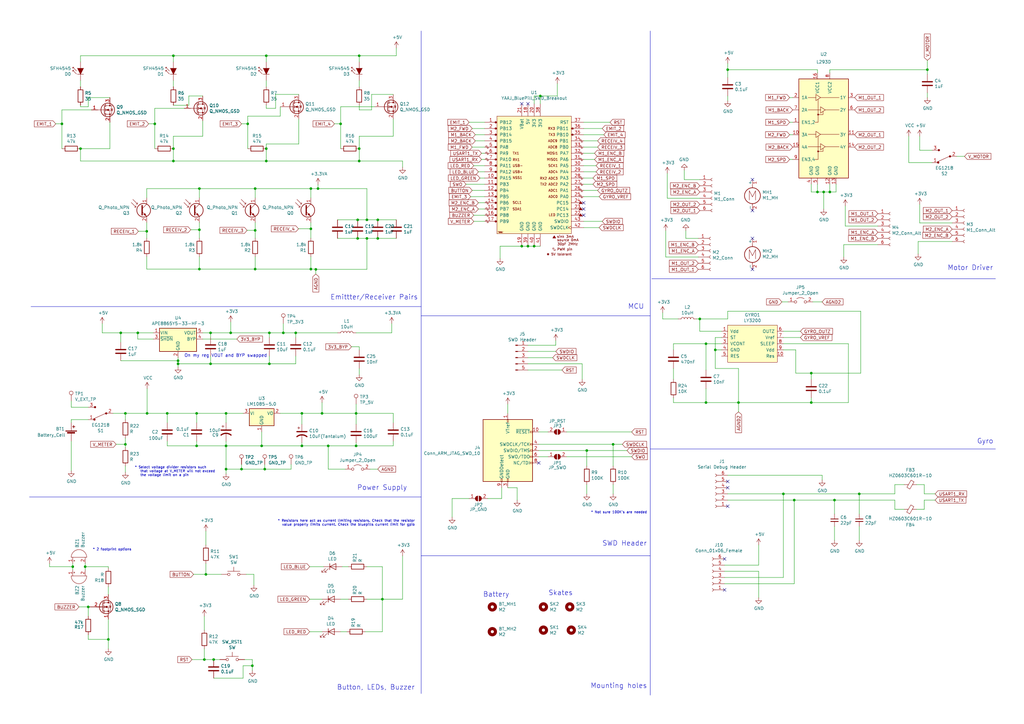
<source format=kicad_sch>
(kicad_sch (version 20230121) (generator eeschema)
  (paper "A3")
  (junction (at 287.02 130.81))
  (junction (at 51.435 182.245))
  (junction (at 92.71 182.88))
  (junction (at 147.32 22.86))
  (junction (at 332.74 153.035))
  (junction (at 103.505 273.05))
  (junction (at 73.025 147.955))
  (junction (at 92.71 192.405))
  (junction (at 150.495 97.79))
  (junction (at 332.74 165.1))
  (junction (at 104.648 110.363))
  (junction (at 302.895 165.1))
  (junction (at 29.845 232.41))
  (junction (at 289.56 140.97))
  (junction (at 107.315 182.88))
  (junction (at 109.22 60.96))
  (junction (at 25.4 50.8))
  (junction (at 251.46 182.245))
  (junction (at 73.025 149.225))
  (junction (at 340.36 78.74))
  (junction (at 86.36 149.225))
  (junction (at 132.08 169.545))
  (junction (at 154.94 97.79))
  (junction (at 146.685 97.79))
  (junction (at 219.075 100.965))
  (junction (at 127.508 77.343))
  (junction (at 33.02 60.96))
  (junction (at 36.195 248.92))
  (junction (at 337.82 78.74))
  (junction (at 108.585 192.405))
  (junction (at 134.62 182.88))
  (junction (at 325.755 205.105))
  (junction (at 380.365 28.575))
  (junction (at 216.535 100.965))
  (junction (at 293.37 143.51))
  (junction (at 86.36 136.525))
  (junction (at 60.198 94.869))
  (junction (at 56.515 136.525))
  (junction (at 87.63 270.51))
  (junction (at 80.645 169.545))
  (junction (at 321.31 202.565))
  (junction (at 146.05 182.88))
  (junction (at 104.648 94.488))
  (junction (at 44.45 262.255))
  (junction (at 342.265 205.105))
  (junction (at 147.32 66.04))
  (junction (at 92.71 169.545))
  (junction (at 127.508 93.853))
  (junction (at 221.615 39.37))
  (junction (at 101.6 50.8))
  (junction (at 121.285 136.525))
  (junction (at 147.32 60.96))
  (junction (at 60.325 169.545))
  (junction (at 81.788 110.363))
  (junction (at 156.845 245.745))
  (junction (at 81.788 94.234))
  (junction (at 80.645 182.88))
  (junction (at 130.429 77.343))
  (junction (at 123.825 169.545))
  (junction (at 109.22 22.86))
  (junction (at 49.53 136.525))
  (junction (at 94.615 136.525))
  (junction (at 34.925 232.41))
  (junction (at 104.648 77.343))
  (junction (at 71.12 22.86))
  (junction (at 110.49 136.525))
  (junction (at 116.205 136.525))
  (junction (at 84.455 235.585))
  (junction (at 146.05 169.545))
  (junction (at 129.54 110.49))
  (junction (at 63.5 50.8))
  (junction (at 83.82 270.51))
  (junction (at 109.22 66.04))
  (junction (at 335.28 78.74))
  (junction (at 110.49 149.225))
  (junction (at 146.685 90.17))
  (junction (at 150.495 90.17))
  (junction (at 123.825 182.88))
  (junction (at 99.06 192.405))
  (junction (at 298.45 28.575))
  (junction (at 352.425 202.565))
  (junction (at 289.56 165.1))
  (junction (at 139.7 50.8))
  (junction (at 68.58 169.545))
  (junction (at 51.435 169.545))
  (junction (at 213.995 100.965))
  (junction (at 81.788 77.343))
  (junction (at 154.94 90.17))
  (junction (at 71.12 66.04))
  (junction (at 71.12 60.96))
  (junction (at 127.508 110.363))
  (junction (at 240.665 184.785))
  (no_connect (at 308.61 110.49))
  (no_connect (at 298.45 207.645))
  (no_connect (at 298.45 200.025))
  (no_connect (at 239.395 85.725))
  (no_connect (at 239.395 83.185))
  (no_connect (at 239.395 88.265))
  (no_connect (at 298.45 197.485))
  (no_connect (at 216.535 42.545))
  (no_connect (at 308.61 86.36))
  (no_connect (at 308.61 97.79))
  (no_connect (at 220.98 189.865))
  (no_connect (at 213.995 42.545))
  (no_connect (at 297.18 241.935))
  (no_connect (at 297.18 229.235))
  (no_connect (at 308.61 73.66))
  (wire (pts (xy 216.535 149.225) (xy 238.76 149.225)))
  (wire (pts (xy 198.755 75.565) (xy 191.135 75.565)))
  (wire (pts (xy 77.47 39.37) (xy 77.47 43.18)))
  (wire (pts (xy 332.74 78.74) (xy 335.28 78.74)))
  (wire (pts (xy 60.96 50.8) (xy 63.5 50.8)))
  (wire (pts (xy 110.49 138.43) (xy 110.49 136.525)))
  (wire (pts (xy 29.21 180.975) (xy 29.21 193.04)))
  (wire (pts (xy 150.495 110.49) (xy 129.54 110.49)))
  (wire (pts (xy 60.325 159.385) (xy 60.325 169.545)))
  (wire (pts (xy 150.495 77.343) (xy 150.495 90.17)))
  (wire (pts (xy 156.845 232.41) (xy 156.845 245.745)))
  (wire (pts (xy 321.31 140.97) (xy 347.98 140.97)))
  (wire (pts (xy 245.11 60.325) (xy 239.395 60.325)))
  (wire (pts (xy 161.29 48.895) (xy 161.29 55.88)))
  (wire (pts (xy 51.435 172.085) (xy 51.435 169.545)))
  (wire (pts (xy 298.45 28.575) (xy 335.28 28.575)))
  (wire (pts (xy 302.895 168.91) (xy 302.895 165.1)))
  (wire (pts (xy 347.98 165.1) (xy 332.74 165.1)))
  (wire (pts (xy 287.02 135.89) (xy 287.02 130.81)))
  (wire (pts (xy 127.508 105.283) (xy 127.508 110.363)))
  (wire (pts (xy 382.27 66.675) (xy 372.745 66.675)))
  (wire (pts (xy 36.195 40.005) (xy 36.195 43.815)))
  (wire (pts (xy 60.198 94.869) (xy 60.198 97.663)))
  (wire (pts (xy 80.645 169.545) (xy 92.71 169.545)))
  (wire (pts (xy 44.45 262.255) (xy 44.45 266.065)))
  (wire (pts (xy 81.788 77.343) (xy 60.198 77.343)))
  (wire (pts (xy 205.74 204.47) (xy 200.025 204.47)))
  (wire (pts (xy 198.755 85.725) (xy 196.215 85.725)))
  (wire (pts (xy 33.02 33.02) (xy 33.02 35.56)))
  (wire (pts (xy 81.788 94.234) (xy 81.788 97.663)))
  (wire (pts (xy 146.05 169.545) (xy 146.05 165.735)))
  (wire (pts (xy 68.58 173.355) (xy 68.58 169.545)))
  (wire (pts (xy 127.508 77.343) (xy 130.429 77.343)))
  (wire (pts (xy 353.06 127.635) (xy 353.06 153.035)))
  (wire (pts (xy 104.648 91.313) (xy 104.648 94.488)))
  (wire (pts (xy 77.47 43.18) (xy 71.12 43.18)))
  (wire (pts (xy 41.91 136.525) (xy 41.91 132.715)))
  (wire (pts (xy 129.54 110.363) (xy 129.54 110.49)))
  (wire (pts (xy 49.53 147.955) (xy 73.025 147.955)))
  (wire (pts (xy 84.455 235.585) (xy 90.805 235.585)))
  (wire (pts (xy 298.45 127.635) (xy 353.06 127.635)))
  (wire (pts (xy 71.12 22.86) (xy 33.02 22.86)))
  (wire (pts (xy 325.12 55.245) (xy 323.85 55.245)))
  (wire (pts (xy 212.09 200.025) (xy 212.09 205.105)))
  (wire (pts (xy 87.63 270.51) (xy 83.82 270.51)))
  (wire (pts (xy 123.825 181.61) (xy 123.825 182.88)))
  (wire (pts (xy 92.71 182.88) (xy 80.645 182.88)))
  (wire (pts (xy 109.22 59.055) (xy 109.22 60.96)))
  (wire (pts (xy 239.395 75.565) (xy 243.205 75.565)))
  (wire (pts (xy 122.555 48.895) (xy 122.555 59.055)))
  (wire (pts (xy 36.195 43.815) (xy 33.02 43.815)))
  (wire (pts (xy 367.03 198.755) (xy 367.03 202.565)))
  (wire (pts (xy 44.45 243.84) (xy 44.45 240.665)))
  (wire (pts (xy 29.21 172.085) (xy 29.21 173.355)))
  (wire (pts (xy 60.198 105.283) (xy 60.198 110.363)))
  (polyline (pts (xy 267.335 114.3) (xy 408.305 114.3)))
  (wire (pts (xy 33.02 66.04) (xy 71.12 66.04)))
  (wire (pts (xy 84.455 231.14) (xy 84.455 235.585)))
  (wire (pts (xy 107.315 182.88) (xy 107.315 177.165)))
  (wire (pts (xy 346.075 100.33) (xy 346.075 105.41)))
  (wire (pts (xy 273.685 81.28) (xy 273.685 71.12)))
  (wire (pts (xy 134.62 182.88) (xy 123.825 182.88)))
  (wire (pts (xy 239.395 65.405) (xy 243.84 65.405)))
  (wire (pts (xy 295.91 140.97) (xy 289.56 140.97)))
  (wire (pts (xy 63.5 44.45) (xy 63.5 50.8)))
  (wire (pts (xy 287.02 73.66) (xy 280.67 73.66)))
  (wire (pts (xy 335.28 78.74) (xy 335.28 75.565)))
  (wire (pts (xy 34.925 233.68) (xy 34.925 232.41)))
  (wire (pts (xy 239.395 80.645) (xy 245.745 80.645)))
  (wire (pts (xy 56.515 136.525) (xy 49.53 136.525)))
  (polyline (pts (xy 12.7 125.73) (xy 172.72 125.73)))
  (wire (pts (xy 165.1 66.04) (xy 165.1 68.58)))
  (wire (pts (xy 123.825 169.545) (xy 123.825 173.99)))
  (wire (pts (xy 153.67 43.815) (xy 139.7 43.815)))
  (wire (pts (xy 382.27 61.595) (xy 377.19 61.595)))
  (wire (pts (xy 84.455 235.585) (xy 79.375 235.585)))
  (wire (pts (xy 80.645 182.88) (xy 80.645 180.975)))
  (wire (pts (xy 45.085 40.005) (xy 36.195 40.005)))
  (wire (pts (xy 165.1 245.745) (xy 165.1 227.965)))
  (wire (pts (xy 340.36 28.575) (xy 340.36 29.845)))
  (wire (pts (xy 92.71 182.88) (xy 92.71 192.405)))
  (wire (pts (xy 224.79 177.165) (xy 220.98 177.165)))
  (wire (pts (xy 51.435 169.545) (xy 60.325 169.545)))
  (wire (pts (xy 83.82 270.51) (xy 78.74 270.51)))
  (wire (pts (xy 22.86 50.8) (xy 25.4 50.8)))
  (wire (pts (xy 92.71 182.88) (xy 107.315 182.88)))
  (wire (pts (xy 289.56 159.385) (xy 289.56 165.1)))
  (wire (pts (xy 101.6 50.8) (xy 101.6 60.96)))
  (wire (pts (xy 49.53 140.335) (xy 49.53 136.525)))
  (wire (pts (xy 194.945 55.245) (xy 198.755 55.245)))
  (wire (pts (xy 193.04 80.645) (xy 198.755 80.645)))
  (wire (pts (xy 239.395 50.165) (xy 250.19 50.165)))
  (wire (pts (xy 240.665 191.135) (xy 240.665 184.785)))
  (wire (pts (xy 86.36 149.225) (xy 110.49 149.225)))
  (wire (pts (xy 380.365 28.575) (xy 380.365 24.765)))
  (wire (pts (xy 239.395 62.865) (xy 243.84 62.865)))
  (wire (pts (xy 83.82 258.445) (xy 83.82 252.73)))
  (wire (pts (xy 198.755 88.265) (xy 194.31 88.265)))
  (wire (pts (xy 45.085 50.165) (xy 45.085 60.96)))
  (wire (pts (xy 228.6 39.37) (xy 228.6 34.29)))
  (wire (pts (xy 123.825 182.88) (xy 107.315 182.88)))
  (wire (pts (xy 376.555 99.06) (xy 390.525 99.06)))
  (wire (pts (xy 240.665 184.785) (xy 257.175 184.785)))
  (wire (pts (xy 73.025 149.225) (xy 73.025 150.495)))
  (wire (pts (xy 138.43 136.525) (xy 121.285 136.525)))
  (wire (pts (xy 150.495 90.17) (xy 154.94 90.17)))
  (wire (pts (xy 323.215 123.825) (xy 320.675 123.825)))
  (wire (pts (xy 332.74 163.195) (xy 332.74 165.1)))
  (wire (pts (xy 198.755 62.865) (xy 197.485 62.865)))
  (wire (pts (xy 114.935 43.815) (xy 114.935 47.625)))
  (wire (pts (xy 29.845 231.14) (xy 29.845 232.41)))
  (wire (pts (xy 287.02 81.28) (xy 273.685 81.28)))
  (wire (pts (xy 332.74 165.1) (xy 302.895 165.1)))
  (wire (pts (xy 123.825 169.545) (xy 132.08 169.545)))
  (wire (pts (xy 121.285 138.43) (xy 121.285 136.525)))
  (wire (pts (xy 286.385 97.79) (xy 281.305 97.79)))
  (wire (pts (xy 198.755 90.805) (xy 194.31 90.805)))
  (wire (pts (xy 99.06 192.405) (xy 108.585 192.405)))
  (polyline (pts (xy 266.7 227.965) (xy 172.72 227.965)))
  (wire (pts (xy 86.36 146.05) (xy 86.36 149.225)))
  (wire (pts (xy 220.98 187.325) (xy 224.79 187.325)))
  (wire (pts (xy 90.17 270.51) (xy 87.63 270.51)))
  (wire (pts (xy 276.225 151.13) (xy 276.225 155.575)))
  (wire (pts (xy 340.36 28.575) (xy 380.365 28.575)))
  (wire (pts (xy 216.535 141.605) (xy 227.965 141.605)))
  (wire (pts (xy 132.08 169.545) (xy 146.05 169.545)))
  (wire (pts (xy 68.58 180.975) (xy 68.58 182.88)))
  (wire (pts (xy 379.095 205.105) (xy 383.54 205.105)))
  (wire (pts (xy 147.32 33.02) (xy 147.32 35.56)))
  (wire (pts (xy 100.965 235.585) (xy 104.14 235.585)))
  (wire (pts (xy 71.12 33.02) (xy 71.12 35.56)))
  (wire (pts (xy 147.32 43.18) (xy 147.32 45.085)))
  (wire (pts (xy 146.05 169.545) (xy 161.29 169.545)))
  (wire (pts (xy 198.755 57.785) (xy 194.945 57.785)))
  (wire (pts (xy 147.32 55.88) (xy 147.32 60.96)))
  (wire (pts (xy 332.74 75.565) (xy 332.74 78.74)))
  (wire (pts (xy 302.895 151.13) (xy 302.895 165.1)))
  (wire (pts (xy 104.648 77.343) (xy 127.508 77.343)))
  (wire (pts (xy 227.965 141.605) (xy 227.965 139.7)))
  (polyline (pts (xy 172.72 203.835) (xy 12.065 203.835)))
  (wire (pts (xy 119.38 192.405) (xy 119.38 190.5)))
  (wire (pts (xy 94.615 136.525) (xy 94.615 132.08)))
  (wire (pts (xy 147.32 22.86) (xy 109.22 22.86)))
  (wire (pts (xy 156.845 245.745) (xy 165.1 245.745)))
  (wire (pts (xy 36.83 248.92) (xy 36.195 248.92)))
  (wire (pts (xy 104.648 94.488) (xy 101.346 94.488)))
  (wire (pts (xy 185.42 204.47) (xy 185.42 212.09)))
  (wire (pts (xy 377.19 91.44) (xy 377.19 83.82)))
  (wire (pts (xy 87.63 278.13) (xy 99.695 278.13)))
  (wire (pts (xy 216.535 100.965) (xy 213.995 100.965)))
  (wire (pts (xy 152.4 38.735) (xy 161.29 38.735)))
  (wire (pts (xy 221.615 39.37) (xy 221.615 42.545)))
  (wire (pts (xy 332.74 153.035) (xy 353.06 153.035)))
  (wire (pts (xy 25.4 45.085) (xy 25.4 50.8)))
  (wire (pts (xy 33.02 43.18) (xy 33.02 43.815)))
  (wire (pts (xy 113.03 44.45) (xy 109.22 44.45)))
  (wire (pts (xy 198.755 83.185) (xy 196.215 83.185)))
  (wire (pts (xy 208.28 200.025) (xy 212.09 200.025)))
  (wire (pts (xy 81.788 105.283) (xy 81.788 110.363)))
  (wire (pts (xy 220.98 182.245) (xy 251.46 182.245)))
  (wire (pts (xy 302.895 165.1) (xy 289.56 165.1)))
  (wire (pts (xy 395.605 64.135) (xy 392.43 64.135)))
  (wire (pts (xy 216.535 151.765) (xy 230.505 151.765)))
  (wire (pts (xy 68.58 169.545) (xy 80.645 169.545)))
  (wire (pts (xy 377.19 61.595) (xy 377.19 55.88)))
  (wire (pts (xy 337.82 78.74) (xy 340.36 78.74)))
  (wire (pts (xy 154.94 192.405) (xy 151.765 192.405)))
  (wire (pts (xy 109.22 66.04) (xy 147.32 66.04)))
  (wire (pts (xy 49.53 136.525) (xy 41.91 136.525)))
  (wire (pts (xy 295.91 135.89) (xy 287.02 135.89)))
  (wire (pts (xy 367.03 208.915) (xy 367.03 205.105)))
  (wire (pts (xy 379.095 202.565) (xy 383.54 202.565)))
  (wire (pts (xy 287.02 130.81) (xy 285.75 130.81)))
  (wire (pts (xy 244.475 67.945) (xy 239.395 67.945)))
  (wire (pts (xy 29.845 232.41) (xy 20.32 232.41)))
  (wire (pts (xy 142.875 245.745) (xy 139.7 245.745)))
  (wire (pts (xy 150.495 232.41) (xy 156.845 232.41)))
  (wire (pts (xy 221.615 39.37) (xy 228.6 39.37)))
  (wire (pts (xy 352.425 210.82) (xy 352.425 202.565)))
  (wire (pts (xy 33.02 60.96) (xy 33.02 66.04)))
  (wire (pts (xy 293.37 143.51) (xy 293.37 151.13)))
  (wire (pts (xy 321.31 138.43) (xy 328.295 138.43)))
  (wire (pts (xy 104.648 94.488) (xy 104.648 97.663)))
  (wire (pts (xy 109.22 22.86) (xy 109.22 25.4)))
  (wire (pts (xy 86.36 136.525) (xy 94.615 136.525)))
  (wire (pts (xy 379.095 208.915) (xy 375.92 208.915)))
  (wire (pts (xy 216.535 146.685) (xy 226.695 146.685)))
  (wire (pts (xy 321.31 236.855) (xy 321.31 202.565)))
  (wire (pts (xy 142.875 232.41) (xy 140.335 232.41)))
  (wire (pts (xy 162.56 97.79) (xy 154.94 97.79)))
  (wire (pts (xy 276.225 163.195) (xy 276.225 165.1)))
  (wire (pts (xy 360.045 92.71) (xy 346.71 92.71)))
  (wire (pts (xy 340.36 78.74) (xy 342.9 78.74)))
  (wire (pts (xy 335.28 29.845) (xy 335.28 28.575)))
  (wire (pts (xy 86.36 138.43) (xy 86.36 136.525)))
  (wire (pts (xy 379.095 208.915) (xy 379.095 205.105)))
  (wire (pts (xy 110.49 136.525) (xy 116.205 136.525)))
  (wire (pts (xy 293.37 143.51) (xy 295.91 143.51)))
  (wire (pts (xy 146.685 97.79) (xy 138.43 97.79)))
  (wire (pts (xy 56.515 139.065) (xy 62.865 139.065)))
  (wire (pts (xy 150.495 97.79) (xy 150.495 110.49)))
  (wire (pts (xy 156.845 245.745) (xy 156.845 259.08)))
  (wire (pts (xy 80.645 182.88) (xy 68.58 182.88)))
  (wire (pts (xy 298.45 194.945) (xy 337.185 194.945)))
  (wire (pts (xy 150.495 97.79) (xy 146.685 97.79)))
  (wire (pts (xy 219.075 39.37) (xy 221.615 39.37)))
  (wire (pts (xy 62.865 136.525) (xy 56.515 136.525)))
  (wire (pts (xy 271.78 130.81) (xy 271.78 128.27)))
  (wire (pts (xy 337.82 78.74) (xy 337.82 85.725)))
  (wire (pts (xy 337.185 194.945) (xy 337.185 196.85)))
  (polyline (pts (xy 266.7 129.54) (xy 172.72 129.54)))
  (wire (pts (xy 86.36 149.225) (xy 73.025 149.225)))
  (wire (pts (xy 104.648 105.283) (xy 104.648 110.363)))
  (wire (pts (xy 346.075 100.33) (xy 360.045 100.33)))
  (wire (pts (xy 83.185 39.37) (xy 77.47 39.37)))
  (wire (pts (xy 110.49 149.225) (xy 121.285 149.225)))
  (wire (pts (xy 259.08 177.165) (xy 232.41 177.165)))
  (wire (pts (xy 239.395 78.105) (xy 245.11 78.105)))
  (wire (pts (xy 44.45 254) (xy 44.45 262.255)))
  (wire (pts (xy 278.13 130.81) (xy 271.78 130.81)))
  (wire (pts (xy 73.025 147.955) (xy 73.025 149.225)))
  (wire (pts (xy 122.555 59.055) (xy 109.22 59.055)))
  (wire (pts (xy 147.32 45.085) (xy 152.4 45.085)))
  (wire (pts (xy 101.6 47.625) (xy 101.6 50.8)))
  (wire (pts (xy 99.695 273.05) (xy 103.505 273.05)))
  (wire (pts (xy 232.41 187.325) (xy 259.08 187.325)))
  (wire (pts (xy 161.29 182.88) (xy 146.05 182.88)))
  (wire (pts (xy 239.395 73.025) (xy 243.205 73.025)))
  (wire (pts (xy 286.385 105.41) (xy 273.05 105.41)))
  (wire (pts (xy 109.22 33.02) (xy 109.22 35.56)))
  (wire (pts (xy 311.15 231.775) (xy 311.15 223.52)))
  (wire (pts (xy 132.08 169.545) (xy 132.08 165.1)))
  (wire (pts (xy 94.615 136.525) (xy 110.49 136.525)))
  (wire (pts (xy 239.395 55.245) (xy 247.65 55.245)))
  (wire (pts (xy 36.195 248.92) (xy 32.385 248.92)))
  (wire (pts (xy 298.45 31.75) (xy 298.45 28.575)))
  (wire (pts (xy 198.755 52.705) (xy 193.675 52.705)))
  (wire (pts (xy 161.29 169.545) (xy 161.29 173.355)))
  (wire (pts (xy 295.91 138.43) (xy 293.37 138.43)))
  (wire (pts (xy 326.39 153.035) (xy 332.74 153.035)))
  (wire (pts (xy 192.405 204.47) (xy 185.42 204.47)))
  (wire (pts (xy 147.32 142.24) (xy 144.145 142.24)))
  (wire (pts (xy 83.185 55.88) (xy 71.12 55.88)))
  (wire (pts (xy 238.76 149.225) (xy 238.76 155.575)))
  (wire (pts (xy 198.755 65.405) (xy 197.485 65.405)))
  (wire (pts (xy 134.62 192.405) (xy 141.605 192.405)))
  (wire (pts (xy 146.05 182.88) (xy 134.62 182.88)))
  (wire (pts (xy 147.32 60.96) (xy 147.32 66.04)))
  (wire (pts (xy 100.33 270.51) (xy 103.505 270.51)))
  (wire (pts (xy 289.56 151.765) (xy 289.56 140.97)))
  (wire (pts (xy 44.45 233.045) (xy 44.45 232.41)))
  (wire (pts (xy 240.665 198.755) (xy 240.665 202.565)))
  (wire (pts (xy 121.285 146.05) (xy 121.285 149.225)))
  (wire (pts (xy 44.45 232.41) (xy 34.925 232.41)))
  (wire (pts (xy 114.935 47.625) (xy 101.6 47.625)))
  (wire (pts (xy 347.98 140.97) (xy 347.98 165.1)))
  (wire (pts (xy 193.675 78.105) (xy 198.755 78.105)))
  (wire (pts (xy 127.508 93.853) (xy 122.428 93.853)))
  (wire (pts (xy 36.195 167.005) (xy 29.21 167.005)))
  (wire (pts (xy 36.195 172.085) (xy 29.21 172.085)))
  (wire (pts (xy 297.18 231.775) (xy 311.15 231.775)))
  (wire (pts (xy 36.195 262.255) (xy 44.45 262.255)))
  (wire (pts (xy 287.02 130.81) (xy 298.45 130.81)))
  (wire (pts (xy 251.46 198.755) (xy 251.46 202.565)))
  (wire (pts (xy 63.5 50.8) (xy 63.5 60.96)))
  (wire (pts (xy 122.555 38.735) (xy 113.03 38.735)))
  (wire (pts (xy 29.21 167.005) (xy 29.21 164.465)))
  (wire (pts (xy 109.22 22.86) (xy 71.12 22.86)))
  (wire (pts (xy 380.365 30.48) (xy 380.365 28.575)))
  (wire (pts (xy 83.185 49.53) (xy 83.185 55.88)))
  (wire (pts (xy 337.185 123.825) (xy 333.375 123.825)))
  (wire (pts (xy 219.075 100.965) (xy 216.535 100.965)))
  (wire (pts (xy 71.12 60.96) (xy 71.12 66.04)))
  (wire (pts (xy 127 245.745) (xy 132.08 245.745)))
  (wire (pts (xy 147.32 22.86) (xy 162.56 22.86)))
  (wire (pts (xy 239.395 52.705) (xy 247.015 52.705)))
  (wire (pts (xy 110.49 146.05) (xy 110.49 149.225)))
  (wire (pts (xy 276.225 165.1) (xy 289.56 165.1)))
  (wire (pts (xy 325.12 50.165) (xy 323.85 50.165)))
  (wire (pts (xy 192.405 50.165) (xy 198.755 50.165)))
  (wire (pts (xy 372.745 66.675) (xy 372.745 55.88)))
  (wire (pts (xy 134.62 182.88) (xy 134.62 192.405)))
  (wire (pts (xy 297.18 234.315) (xy 311.15 234.315)))
  (wire (pts (xy 92.71 192.405) (xy 99.06 192.405)))
  (wire (pts (xy 104.648 81.153) (xy 104.648 77.343)))
  (wire (pts (xy 99.695 278.13) (xy 99.695 273.05)))
  (wire (pts (xy 321.31 202.565) (xy 352.425 202.565)))
  (wire (pts (xy 99.06 50.8) (xy 101.6 50.8)))
  (wire (pts (xy 29.845 232.41) (xy 29.845 233.68)))
  (wire (pts (xy 342.9 78.74) (xy 342.9 75.565)))
  (wire (pts (xy 205.105 100.965) (xy 213.995 100.965)))
  (wire (pts (xy 216.535 144.145) (xy 227.965 144.145)))
  (wire (pts (xy 20.32 232.41) (xy 20.32 231.14)))
  (wire (pts (xy 154.94 97.79) (xy 150.495 97.79)))
  (wire (pts (xy 193.675 60.325) (xy 198.755 60.325)))
  (wire (pts (xy 51.435 191.135) (xy 51.435 193.675)))
  (wire (pts (xy 92.71 169.545) (xy 99.695 169.545)))
  (wire (pts (xy 289.56 140.97) (xy 276.225 140.97)))
  (wire (pts (xy 311.15 234.315) (xy 311.15 245.11)))
  (wire (pts (xy 328.295 135.89) (xy 321.31 135.89)))
  (polyline (pts (xy 172.72 12.7) (xy 172.72 284.48)))
  (wire (pts (xy 83.82 266.065) (xy 83.82 270.51)))
  (wire (pts (xy 298.45 202.565) (xy 321.31 202.565)))
  (wire (pts (xy 297.18 239.395) (xy 325.755 239.395)))
  (wire (pts (xy 45.085 60.96) (xy 33.02 60.96)))
  (wire (pts (xy 73.025 146.685) (xy 73.025 147.955)))
  (wire (pts (xy 205.105 100.965) (xy 205.105 106.045)))
  (wire (pts (xy 92.71 182.88) (xy 92.71 180.975)))
  (wire (pts (xy 33.02 22.86) (xy 33.02 25.4)))
  (wire (pts (xy 116.205 132.715) (xy 116.205 136.525)))
  (wire (pts (xy 104.648 77.343) (xy 81.788 77.343)))
  (wire (pts (xy 332.74 155.575) (xy 332.74 153.035)))
  (wire (pts (xy 150.495 245.745) (xy 156.845 245.745)))
  (wire (pts (xy 276.225 140.97) (xy 276.225 143.51)))
  (wire (pts (xy 325.755 239.395) (xy 325.755 205.105)))
  (wire (pts (xy 196.85 73.025) (xy 198.755 73.025)))
  (wire (pts (xy 142.24 259.08) (xy 139.7 259.08)))
  (wire (pts (xy 109.22 60.96) (xy 109.22 66.04)))
  (wire (pts (xy 51.435 182.245) (xy 51.435 183.515)))
  (wire (pts (xy 342.265 221.615) (xy 342.265 215.9)))
  (wire (pts (xy 352.425 202.565) (xy 367.03 202.565)))
  (wire (pts (xy 154.94 90.17) (xy 162.56 90.17)))
  (wire (pts (xy 340.36 78.74) (xy 340.36 75.565)))
  (wire (pts (xy 335.28 78.74) (xy 337.82 78.74)))
  (wire (pts (xy 326.39 143.51) (xy 326.39 153.035)))
  (wire (pts (xy 160.655 132.715) (xy 160.655 136.525)))
  (wire (pts (xy 51.435 182.245) (xy 47.625 182.245)))
  (wire (pts (xy 81.788 81.153) (xy 81.788 77.343)))
  (wire (pts (xy 75.565 44.45) (xy 63.5 44.45)))
  (wire (pts (xy 71.12 22.86) (xy 71.12 25.4)))
  (wire (pts (xy 352.425 215.9) (xy 352.425 221.615)))
  (wire (pts (xy 245.745 93.345) (xy 239.395 93.345)))
  (wire (pts (xy 127.508 93.853) (xy 127.508 91.313)))
  (polyline (pts (xy 408.305 184.15) (xy 266.7 184.15)))
  (wire (pts (xy 219.075 42.545) (xy 219.075 39.37)))
  (wire (pts (xy 161.29 180.975) (xy 161.29 182.88)))
  (wire (pts (xy 127.508 110.363) (xy 104.648 110.363)))
  (wire (pts (xy 130.429 77.343) (xy 130.429 75.692)))
  (wire (pts (xy 273.05 105.41) (xy 273.05 94.615)))
  (wire (pts (xy 298.45 41.275) (xy 298.45 39.37)))
  (wire (pts (xy 83.185 136.525) (xy 86.36 136.525)))
  (wire (pts (xy 46.355 169.545) (xy 51.435 169.545)))
  (wire (pts (xy 367.03 208.915) (xy 370.84 208.915)))
  (wire (pts (xy 379.095 198.755) (xy 379.095 202.565)))
  (wire (pts (xy 127 259.08) (xy 132.08 259.08)))
  (wire (pts (xy 147.32 143.51) (xy 147.32 142.24)))
  (wire (pts (xy 146.05 169.545) (xy 146.05 173.99)))
  (wire (pts (xy 127.508 97.663) (xy 127.508 93.853)))
  (wire (pts (xy 139.7 43.815) (xy 139.7 50.8)))
  (wire (pts (xy 147.32 66.04) (xy 165.1 66.04)))
  (wire (pts (xy 325.12 65.405) (xy 323.85 65.405)))
  (wire (pts (xy 80.645 173.355) (xy 80.645 169.545)))
  (wire (pts (xy 104.648 110.363) (xy 81.788 110.363)))
  (wire (pts (xy 25.4 45.085) (xy 37.465 45.085)))
  (wire (pts (xy 99.06 190.5) (xy 99.06 192.405)))
  (wire (pts (xy 83.185 139.065) (xy 97.155 139.065)))
  (wire (pts (xy 390.525 91.44) (xy 377.19 91.44)))
  (wire (pts (xy 379.095 198.755) (xy 375.92 198.755)))
  (wire (pts (xy 205.74 200.025) (xy 205.74 204.47)))
  (polyline (pts (xy 266.7 12.7) (xy 266.7 285.115)))
  (wire (pts (xy 219.075 100.965) (xy 221.615 100.965)))
  (wire (pts (xy 103.505 273.05) (xy 103.505 270.51)))
  (wire (pts (xy 245.11 57.785) (xy 239.395 57.785)))
  (wire (pts (xy 104.14 235.585) (xy 104.14 240.03)))
  (wire (pts (xy 298.45 28.575) (xy 298.45 26.035)))
  (wire (pts (xy 103.505 274.955) (xy 103.505 273.05)))
  (wire (pts (xy 244.475 70.485) (xy 239.395 70.485)))
  (wire (pts (xy 138.43 90.17) (xy 146.685 90.17)))
  (wire (pts (xy 146.05 181.61) (xy 146.05 182.88)))
  (wire (pts (xy 127.508 77.343) (xy 127.508 81.153)))
  (wire (pts (xy 108.585 192.405) (xy 119.38 192.405)))
  (wire (pts (xy 81.788 94.234) (xy 78.232 94.234)))
  (wire (pts (xy 129.54 110.49) (xy 129.54 112.395)))
  (wire (pts (xy 147.32 151.13) (xy 147.32 153.67)))
  (wire (pts (xy 92.71 173.355) (xy 92.71 169.545)))
  (wire (pts (xy 127.508 110.363) (xy 129.54 110.363)))
  (wire (pts (xy 380.365 40.005) (xy 380.365 38.1)))
  (wire (pts (xy 162.56 22.86) (xy 162.56 19.685)))
  (wire (pts (xy 147.32 25.4) (xy 147.32 22.86)))
  (wire (pts (xy 109.22 43.18) (xy 109.22 44.45)))
  (wire (pts (xy 251.46 191.135) (xy 251.46 182.245)))
  (wire (pts (xy 114.935 169.545) (xy 123.825 169.545)))
  (wire (pts (xy 367.03 198.755) (xy 370.84 198.755)))
  (wire (pts (xy 113.03 38.735) (xy 113.03 44.45)))
  (wire (pts (xy 293.37 138.43) (xy 293.37 143.51)))
  (wire (pts (xy 251.46 182.245) (xy 255.27 182.245)))
  (wire (pts (xy 36.195 260.35) (xy 36.195 262.255)))
  (wire (pts (xy 130.429 77.343) (xy 150.495 77.343)))
  (wire (pts (xy 139.7 50.8) (xy 139.7 60.96)))
  (wire (pts (xy 60.198 81.153) (xy 60.198 77.343)))
  (wire (pts (xy 60.325 169.545) (xy 68.58 169.545)))
  (wire (pts (xy 108.585 190.5) (xy 108.585 192.405)))
  (wire (pts (xy 325.755 205.105) (xy 342.265 205.105)))
  (wire (pts (xy 293.37 151.13) (xy 302.895 151.13)))
  (wire (pts (xy 280.67 73.66) (xy 280.67 69.85)))
  (wire (pts (xy 152.4 45.085) (xy 152.4 38.735)))
  (wire (pts (xy 71.12 66.04) (xy 109.22 66.04)))
  (wire (pts (xy 60.198 94.869) (xy 56.769 94.869)))
  (wire (pts (xy 34.925 232.41) (xy 34.925 231.14)))
  (wire (pts (xy 127 232.41) (xy 132.715 232.41)))
  (wire (pts (xy 60.198 91.313) (xy 60.198 94.869)))
  (wire (pts (xy 297.18 236.855) (xy 321.31 236.855)))
  (wire (pts (xy 160.655 136.525) (xy 146.05 136.525)))
  (wire (pts (xy 137.16 50.8) (xy 139.7 50.8)))
  (wire (pts (xy 116.205 136.525) (xy 121.285 136.525)))
  (wire (pts (xy 239.395 90.805) (xy 247.015 90.805)))
  (wire (pts (xy 81.788 91.313) (xy 81.788 94.234)))
  (wire (pts (xy 81.788 110.363) (xy 60.198 110.363)))
  (wire (pts (xy 51.435 179.705) (xy 51.435 182.245)))
  (wire (pts (xy 208.28 169.545) (xy 208.28 165.735)))
  (wire (pts (xy 376.555 99.06) (xy 376.555 104.14)))
  (wire (pts (xy 84.455 223.52) (xy 84.455 217.805)))
  (wire (pts (xy 92.71 192.405) (xy 92.71 194.31)))
  (wire (pts (xy 56.515 136.525) (xy 56.515 139.065)))
  (wire (pts (xy 71.12 55.88) (xy 71.12 60.96)))
  (wire (pts (xy 346.71 92.71) (xy 346.71 84.455)))
  (wire (pts (xy 321.31 143.51) (xy 326.39 143.51)))
  (wire (pts (xy 36.195 252.73) (xy 36.195 248.92)))
  (wire (pts (xy 198.755 67.945) (xy 194.31 67.945)))
  (wire (pts (xy 161.29 55.88) (xy 147.32 55.88)))
  (wire (pts (xy 220.98 184.785) (xy 240.665 184.785)))
  (wire (pts (xy 156.845 259.08) (xy 149.86 259.08)))
  (wire (pts (xy 146.685 90.17) (xy 150.495 90.17)))
  (wire (pts (xy 323.85 40.005) (xy 325.12 40.005)))
  (wire (pts (xy 281.305 97.79) (xy 281.305 94.615)))
  (wire (pts (xy 298.45 205.105) (xy 325.755 205.105)))
  (wire (pts (xy 342.265 210.82) (xy 342.265 205.105)))
  (wire (pts (xy 298.45 130.81) (xy 298.45 127.635)))
  (wire (pts (xy 198.755 70.485) (xy 196.215 70.485)))
  (wire (pts (xy 25.4 50.8) (xy 25.4 60.96)))
  (wire (pts (xy 342.265 205.105) (xy 367.03 205.105)))
  (text "SWD Header" (at 247.015 224.155 0) (effects (font (size 2.0066 2.0066)) (justify left bottom)))
  (text "* Resistors here act as current limiting resistors. Check that the resistor\n  value properly limits current. Check the bluepills current limit for gpio" (at 170.18 215.9 0) (effects (font (size 0.9906 0.9906)) (justify right bottom)))
  (text "Emittter/Receiver Pairs" (at 171.45 123.19 0) (effects (font (size 2.0066 2.0066)) (justify right bottom)))
  (text "Motor Driver" (at 388.62 111.125 0) (effects (font (size 2.0066 2.0066)) (justify left bottom)))
  (text "Button, LEDs, Buzzer" (at 170.18 283.21 0) (effects (font (size 2.0066 2.0066)) (justify right bottom)))
  (text "MCU" (at 264.16 127 0) (effects (font (size 2.0066 2.0066)) (justify right bottom)))
  (text "Skates" (at 234.95 244.475 0) (effects (font (size 2.0066 2.0066)) (justify right bottom)))
  (text "Mounting holes" (at 265.43 282.575 0) (effects (font (size 2.0066 2.0066)) (justify right bottom)))
  (text "* Select voltage divider resistors such\n   that voltage at V_METER will not exceed\n   the voltage limit on a pin" (at 55.245 195.58 0) (effects (font (size 0.9906 0.9906)) (justify left bottom)))
  (text "Gyro" (at 400.685 182.245 0) (effects (font (size 2.0066 2.0066)) (justify left bottom)))
  (text "On my reg VOUT and BYP swapped" (at 75.565 146.685 0) (effects (font (size 1.27 1.27)) (justify left bottom)))
  (text "Battery" (at 208.915 245.11 0) (effects (font (size 2.0066 2.0066)) (justify right bottom)))
  (text "* 2 footprint options" (at 53.975 226.06 0) (effects (font (size 0.9906 0.9906)) (justify right bottom)))
  (text "Power Supply" (at 167.005 201.295 0) (effects (font (size 2.0066 2.0066)) (justify right bottom)))
  (text "* Not sure 100K’s are needed" (at 265.43 210.82 0) (effects (font (size 0.9906 0.9906)) (justify right bottom)))
  (global_label "M2_ENC_A" (shape input) (at 390.525 93.98 180) (property "Intersheetrefs" "${INTERSHEET_REFS}" (effects hide)))
  (global_label "AGND" (shape input) (at 129.54 112.395 270) (property "Intersheetrefs" "${INTERSHEET_REFS}" (effects hide)))
  (global_label "EMIT_1" (shape input) (at 22.86 50.8 180) (property "Intersheetrefs" "${INTERSHEET_REFS}" (effects hide)))
  (global_label "AGND" (shape input) (at 154.94 192.405 0) (property "Intersheetrefs" "${INTERSHEET_REFS}" (effects hide)))
  (global_label "M2_ENC_B" (shape input) (at 196.215 83.185 180) (property "Intersheetrefs" "${INTERSHEET_REFS}" (effects hide)))
  (global_label "M2_OUT_2" (shape input) (at 390.525 88.9 180) (property "Intersheetrefs" "${INTERSHEET_REFS}" (effects hide)))
  (global_label "V_MOTOR" (shape input) (at 380.365 24.765 90) (property "Intersheetrefs" "${INTERSHEET_REFS}" (effects hide)))
  (global_label "M1_SPD" (shape input) (at 323.85 50.165 180) (property "Intersheetrefs" "${INTERSHEET_REFS}" (effects hide)))
  (global_label "M2_OUT_2" (shape input) (at 287.02 83.82 180) (property "Intersheetrefs" "${INTERSHEET_REFS}" (effects hide)))
  (global_label "SWDIO" (shape input) (at 227.965 144.145 0) (property "Intersheetrefs" "${INTERSHEET_REFS}" (effects hide)))
  (global_label "M1_OUT_2" (shape input) (at 350.52 45.085 0) (property "Intersheetrefs" "${INTERSHEET_REFS}" (effects hide)))
  (global_label "M2_BACK" (shape input) (at 325.12 60.325 180) (property "Intersheetrefs" "${INTERSHEET_REFS}" (effects hide)))
  (global_label "V_METER" (shape input) (at 47.625 182.245 180) (property "Intersheetrefs" "${INTERSHEET_REFS}" (effects hide)))
  (global_label "AGND2" (shape input) (at 337.185 123.825 0) (property "Intersheetrefs" "${INTERSHEET_REFS}" (effects hide)))
  (global_label "SWDIO" (shape input) (at 257.175 184.785 0) (property "Intersheetrefs" "${INTERSHEET_REFS}" (effects hide)))
  (global_label "RECEIV_2" (shape input) (at 244.475 70.485 0) (property "Intersheetrefs" "${INTERSHEET_REFS}" (effects hide)))
  (global_label "M2_OUT_1" (shape input) (at 287.02 86.36 180) (property "Intersheetrefs" "${INTERSHEET_REFS}" (effects hide)))
  (global_label "USART1_RX" (shape input) (at 383.54 202.565 0) (property "Intersheetrefs" "${INTERSHEET_REFS}" (effects hide)))
  (global_label "EMIT_2" (shape input) (at 60.96 50.8 180) (property "Intersheetrefs" "${INTERSHEET_REFS}" (effects hide)))
  (global_label "GYRO_OUTZ" (shape input) (at 328.295 135.89 0) (property "Intersheetrefs" "${INTERSHEET_REFS}" (effects hide)))
  (global_label "M1_SPD" (shape input) (at 243.205 73.025 0) (property "Intersheetrefs" "${INTERSHEET_REFS}" (effects hide)))
  (global_label "M1_OUT_1" (shape input) (at 286.385 110.49 180) (property "Intersheetrefs" "${INTERSHEET_REFS}" (effects hide)))
  (global_label "USART1_TX" (shape input) (at 383.54 205.105 0) (property "Intersheetrefs" "${INTERSHEET_REFS}" (effects hide)))
  (global_label "SWO" (shape input) (at 259.08 187.325 0) (property "Intersheetrefs" "${INTERSHEET_REFS}" (effects hide)))
  (global_label "M2_SPD" (shape input) (at 243.205 75.565 0) (property "Intersheetrefs" "${INTERSHEET_REFS}" (effects hide)))
  (global_label "RECEIV_2" (shape input) (at 78.232 94.234 180) (property "Intersheetrefs" "${INTERSHEET_REFS}" (effects hide)))
  (global_label "M1_OUT_2" (shape input) (at 286.385 107.95 180) (property "Intersheetrefs" "${INTERSHEET_REFS}" (effects hide)))
  (global_label "LED_RED" (shape input) (at 127 259.08 180) (property "Intersheetrefs" "${INTERSHEET_REFS}" (effects hide)))
  (global_label "GND" (shape input) (at 320.675 123.825 180) (property "Intersheetrefs" "${INTERSHEET_REFS}" (effects hide)))
  (global_label "M2_OUT_2" (shape input) (at 350.52 60.325 0) (property "Intersheetrefs" "${INTERSHEET_REFS}" (effects hide)))
  (global_label "M2_SPD" (shape input) (at 323.85 65.405 180) (property "Intersheetrefs" "${INTERSHEET_REFS}" (effects hide)))
  (global_label "LED_BLUE" (shape input) (at 127 232.41 180) (property "Intersheetrefs" "${INTERSHEET_REFS}" (effects hide)))
  (global_label "M2_ENC_B" (shape input) (at 287.02 76.2 180) (property "Intersheetrefs" "${INTERSHEET_REFS}" (effects hide)))
  (global_label "EMIT_2" (shape input) (at 247.015 52.705 0) (property "Intersheetrefs" "${INTERSHEET_REFS}" (effects hide)))
  (global_label "M1_BACK" (shape input) (at 325.12 45.085 180) (property "Intersheetrefs" "${INTERSHEET_REFS}" (effects hide)))
  (global_label "EMIT_3" (shape input) (at 99.06 50.8 180) (property "Intersheetrefs" "${INTERSHEET_REFS}" (effects hide)))
  (global_label "EMIT_3" (shape input) (at 193.04 80.645 180) (property "Intersheetrefs" "${INTERSHEET_REFS}" (effects hide)))
  (global_label "M2_FWD" (shape input) (at 193.675 52.705 180) (property "Intersheetrefs" "${INTERSHEET_REFS}" (effects hide)))
  (global_label "RST" (shape input) (at 78.74 270.51 180) (property "Intersheetrefs" "${INTERSHEET_REFS}" (effects hide)))
  (global_label "M1_ENC_A" (shape input) (at 360.045 95.25 180) (property "Intersheetrefs" "${INTERSHEET_REFS}" (effects hide)))
  (global_label "M1_ENC_B" (shape input) (at 360.045 97.79 180) (property "Intersheetrefs" "${INTERSHEET_REFS}" (effects hide)))
  (global_label "EMIT_4" (shape input) (at 247.65 55.245 0) (property "Intersheetrefs" "${INTERSHEET_REFS}" (effects hide)))
  (global_label "SWDCLK" (shape input) (at 245.745 93.345 0) (property "Intersheetrefs" "${INTERSHEET_REFS}" (effects hide)))
  (global_label "LED_GREEN" (shape input) (at 127 245.745 180) (property "Intersheetrefs" "${INTERSHEET_REFS}" (effects hide)))
  (global_label "EMIT_4" (shape input) (at 137.16 50.8 180) (property "Intersheetrefs" "${INTERSHEET_REFS}" (effects hide)))
  (global_label "BUTTON" (shape input) (at 79.375 235.585 180) (property "Intersheetrefs" "${INTERSHEET_REFS}" (effects hide)))
  (global_label "LED_GREEN" (shape input) (at 196.85 73.025 180) (property "Intersheetrefs" "${INTERSHEET_REFS}" (effects hide)))
  (global_label "M2_OUT_1" (shape input) (at 350.52 55.245 0) (property "Intersheetrefs" "${INTERSHEET_REFS}" (effects hide)))
  (global_label "M2_FWD" (shape input) (at 323.85 55.245 180) (property "Intersheetrefs" "${INTERSHEET_REFS}" (effects hide)))
  (global_label "M2_BACK" (shape input) (at 194.945 57.785 180) (property "Intersheetrefs" "${INTERSHEET_REFS}" (effects hide)))
  (global_label "SWO" (shape input) (at 191.135 75.565 180) (property "Intersheetrefs" "${INTERSHEET_REFS}" (effects hide)))
  (global_label "USART1_TX" (shape input) (at 197.485 62.865 180) (property "Intersheetrefs" "${INTERSHEET_REFS}" (effects hide)))
  (global_label "LED_RED" (shape input) (at 194.31 67.945 180) (property "Intersheetrefs" "${INTERSHEET_REFS}" (effects hide)))
  (global_label "M1_ENC_A" (shape input) (at 286.385 102.87 180) (property "Intersheetrefs" "${INTERSHEET_REFS}" (effects hide)))
  (global_label "M1_OUT_1" (shape input) (at 360.045 87.63 180) (property "Intersheetrefs" "${INTERSHEET_REFS}" (effects hide)))
  (global_label "M1_ENC_B" (shape input) (at 243.84 62.865 0) (property "Intersheetrefs" "${INTERSHEET_REFS}" (effects hide)))
  (global_label "LED_BLUE" (shape input) (at 196.215 70.485 180) (property "Intersheetrefs" "${INTERSHEET_REFS}" (effects hide)))
  (global_label "M1_ENC_A" (shape input) (at 243.84 65.405 0) (property "Intersheetrefs" "${INTERSHEET_REFS}" (effects hide)))
  (global_label "EMIT_1" (shape input) (at 192.405 50.165 180) (property "Intersheetrefs" "${INTERSHEET_REFS}" (effects hide)))
  (global_label "RECEIV_3" (shape input) (at 245.11 60.325 0) (property "Intersheetrefs" "${INTERSHEET_REFS}" (effects hide)))
  (global_label "RECEIV_4" (shape input) (at 245.11 57.785 0) (property "Intersheetrefs" "${INTERSHEET_REFS}" (effects hide)))
  (global_label "SWDIO" (shape input) (at 247.015 90.805 0) (property "Intersheetrefs" "${INTERSHEET_REFS}" (effects hide)))
  (global_label "M1_OUT_1" (shape input) (at 350.52 40.005 0) (property "Intersheetrefs" "${INTERSHEET_REFS}" (effects hide)))
  (global_label "M2_OUT_1" (shape input) (at 390.525 86.36 180) (property "Intersheetrefs" "${INTERSHEET_REFS}" (effects hide)))
  (global_label "M1_ENC_B" (shape input) (at 286.385 100.33 180) (property "Intersheetrefs" "${INTERSHEET_REFS}" (effects hide)))
  (global_label "3V3_BYP" (shape input) (at 97.155 139.065 0) (property "Intersheetrefs" "${INTERSHEET_REFS}" (effects hide)))
  (global_label "SWDCLK" (shape input) (at 255.27 182.245 0) (property "Intersheetrefs" "${INTERSHEET_REFS}" (effects hide)))
  (global_label "BUTTON" (shape input) (at 193.675 78.105 180) (property "Intersheetrefs" "${INTERSHEET_REFS}" (effects hide)))
  (global_label "BUZZER" (shape input) (at 194.31 88.265 180) (property "Intersheetrefs" "${INTERSHEET_REFS}" (effects hide)))
  (global_label "M2_ENC_A" (shape input) (at 287.02 78.74 180) (property "Intersheetrefs" "${INTERSHEET_REFS}" (effects hide)))
  (global_label "V_METER" (shape input) (at 194.31 90.805 180) (property "Intersheetrefs" "${INTERSHEET_REFS}" (effects hide)))
  (global_label "RECEIV_4" (shape input) (at 122.428 93.853 180) (property "Intersheetrefs" "${INTERSHEET_REFS}" (effects hide)))
  (global_label "GYRO_OUTZ" (shape input) (at 245.11 78.105 0) (property "Intersheetrefs" "${INTERSHEET_REFS}" (effects hide)))
  (global_label "M1_OUT_2" (shape input) (at 360.045 90.17 180) (property "Intersheetrefs" "${INTERSHEET_REFS}" (effects hide)))
  (global_label "RST" (shape input) (at 259.08 177.165 0) (property "Intersheetrefs" "${INTERSHEET_REFS}" (effects hide)))
  (global_label "RST" (shape input) (at 250.19 50.165 0) (property "Intersheetrefs" "${INTERSHEET_REFS}" (effects hide)))
  (global_label "BUZZER" (shape input) (at 32.385 248.92 180) (property "Intersheetrefs" "${INTERSHEET_REFS}" (effects hide)))
  (global_label "RECEIV_3" (shape input) (at 101.346 94.488 180) (property "Intersheetrefs" "${INTERSHEET_REFS}" (effects hide)))
  (global_label "RST" (shape input) (at 230.505 151.765 0) (property "Intersheetrefs" "${INTERSHEET_REFS}" (effects hide)))
  (global_label "M2_ENC_A" (shape input) (at 196.215 85.725 180) (property "Intersheetrefs" "${INTERSHEET_REFS}" (effects hide)))
  (global_label "M1_FWD" (shape input) (at 193.675 60.325 180) (property "Intersheetrefs" "${INTERSHEET_REFS}" (effects hide)))
  (global_label "M1_FWD" (shape input) (at 323.85 40.005 180) (property "Intersheetrefs" "${INTERSHEET_REFS}" (effects hide)))
  (global_label "GYRO_VREF" (shape input) (at 245.745 80.645 0) (property "Intersheetrefs" "${INTERSHEET_REFS}" (effects hide)))
  (global_label "3V3_BYP" (shape input) (at 144.145 142.24 180) (property "Intersheetrefs" "${INTERSHEET_REFS}" (effects hide)))
  (global_label "RECEIV_1" (shape input) (at 244.475 67.945 0) (property "Intersheetrefs" "${INTERSHEET_REFS}" (effects hide)))
  (global_label "SWDCLK" (shape input) (at 226.695 146.685 0) (property "Intersheetrefs" "${INTERSHEET_REFS}" (effects hide)))
  (global_label "USART1_RX" (shape input) (at 197.485 65.405 180) (property "Intersheetrefs" "${INTERSHEET_REFS}" (effects hide)))
  (global_label "V_MOTOR" (shape input) (at 395.605 64.135 0) (property "Intersheetrefs" "${INTERSHEET_REFS}" (effects hide)))
  (global_label "M1_BACK" (shape input) (at 194.945 55.245 180) (property "Intersheetrefs" "${INTERSHEET_REFS}" (effects hide)))
  (global_label "RECEIV_1" (shape input) (at 56.769 94.869 180) (property "Intersheetrefs" "${INTERSHEET_REFS}" (effects hide)))
  (global_label "GYRO_VREF" (shape input) (at 328.295 138.43 0) (property "Intersheetrefs" "${INTERSHEET_REFS}" (effects hide)))
  (global_label "AGND2" (shape input) (at 302.895 168.91 270) (property "Intersheetrefs" "${INTERSHEET_REFS}" (effects hide)))
  (global_label "M2_ENC_B" (shape input) (at 390.525 96.52 180) (property "Intersheetrefs" "${INTERSHEET_REFS}" (effects hide)))
  (symbol (lib_id "bloo-rescue:R-Device-mouse_v2-rescue") (at 147.32 39.37 0) (unit 1)
    (property "Reference" "R8" (at 149.098 38.2016 0) (effects (justify left)))
    (property "Value" "35" (at 149.098 40.513 0) (effects (justify left)))
    (property "Footprint" "Resistor_SMD:R_1206_3216Metric_Pad1.30x1.75mm_HandSolder" (effects hide))
  )
  (symbol (lib_id "bloo-rescue:IRL81A-LED-mouse_v2-rescue") (at 147.32 27.94 90) (unit 1)
    (property "Reference" "D3" (at 143.4592 30.3784 90) (effects (justify left)))
    (property "Value" "SFH4545" (at 143.4592 28.067 90) (effects (justify left)))
    (property "Footprint" "custom:Emitter" (effects hide))
    (property "Datasheet" "http://www.osram-os.com/Graphics/XPic0/00203825_0.pdf" (effects hide))
  )
  (symbol (lib_id "bloo-rescue:Q_Photo_NPN-Device-mouse_v2-rescue") (at 124.968 86.233 0) (unit 1)
    (property "Reference" "Q0" (at 120.4722 87.4014 0) (effects (justify right)))
    (property "Value" "Q_Photo_NPN" (at 120.4722 85.09 0) (effects (justify right)))
    (property "Footprint" "custom:Emitter" (effects hide))
  )
  (symbol (lib_id "bloo-rescue:Q_Photo_NPN-Device-mouse_v2-rescue") (at 102.108 86.233 0) (unit 1)
    (property "Reference" "Q1" (at 97.6122 87.4014 0) (effects (justify right)))
    (property "Value" "Q_Photo_NPN" (at 97.6122 85.09 0) (effects (justify right)))
    (property "Footprint" "custom:Emitter" (effects hide))
  )
  (symbol (lib_id "bloo-rescue:Q_Photo_NPN-Device-mouse_v2-rescue") (at 79.248 86.233 0) (unit 1)
    (property "Reference" "Q2" (at 74.7522 87.4014 0) (effects (justify right)))
    (property "Value" "Q_Photo_NPN" (at 74.7522 85.09 0) (effects (justify right)))
    (property "Footprint" "custom:Emitter" (effects hide))
  )
  (symbol (lib_id "bloo-rescue:Q_Photo_NPN-Device-mouse_v2-rescue") (at 57.658 86.233 0) (unit 1)
    (property "Reference" "Q3" (at 53.1622 87.4014 0) (effects (justify right)))
    (property "Value" "Q_Photo_NPN" (at 53.1622 85.09 0) (effects (justify right)))
    (property "Footprint" "custom:Emitter" (effects hide))
  )
  (symbol (lib_id "bloo-rescue:R-Device-mouse_v2-rescue") (at 127.508 101.473 180) (unit 1)
    (property "Reference" "R1" (at 125.73 102.6414 0) (effects (justify left)))
    (property "Value" "1.8k" (at 125.73 100.33 0) (effects (justify left)))
    (property "Footprint" "Resistor_SMD:R_1206_3216Metric_Pad1.30x1.75mm_HandSolder" (effects hide))
  )
  (symbol (lib_id "bloo-rescue:R-Device-mouse_v2-rescue") (at 104.648 101.473 180) (unit 1)
    (property "Reference" "R2" (at 102.87 102.6414 0) (effects (justify left)))
    (property "Value" "1.8k" (at 102.87 100.33 0) (effects (justify left)))
    (property "Footprint" "Resistor_SMD:R_1206_3216Metric_Pad1.30x1.75mm_HandSolder" (effects hide))
  )
  (symbol (lib_id "bloo-rescue:R-Device-mouse_v2-rescue") (at 81.788 101.473 180) (unit 1)
    (property "Reference" "R3" (at 80.01 102.6414 0) (effects (justify left)))
    (property "Value" "1.8k" (at 80.01 100.33 0) (effects (justify left)))
    (property "Footprint" "Resistor_SMD:R_1206_3216Metric_Pad1.30x1.75mm_HandSolder" (effects hide))
  )
  (symbol (lib_id "bloo-rescue:R-Device-mouse_v2-rescue") (at 60.198 101.473 180) (unit 1)
    (property "Reference" "R4" (at 58.42 102.6414 0) (effects (justify left)))
    (property "Value" "1.8k" (at 58.42 100.33 0) (effects (justify left)))
    (property "Footprint" "Resistor_SMD:R_1206_3216Metric_Pad1.30x1.75mm_HandSolder" (effects hide))
  )
  (symbol (lib_id "bloo-rescue:R-Device-mouse_v2-rescue") (at 143.51 60.96 270) (unit 1)
    (property "Reference" "R16" (at 143.51 55.7022 90))
    (property "Value" "47k" (at 143.51 58.0136 90))
    (property "Footprint" "Resistor_SMD:R_1206_3216Metric_Pad1.30x1.75mm_HandSolder" (effects hide))
  )
  (symbol (lib_id "bloo-rescue:R-Device-mouse_v2-rescue") (at 109.22 39.37 0) (unit 1)
    (property "Reference" "R7" (at 110.998 38.2016 0) (effects (justify left)))
    (property "Value" "35" (at 110.998 40.513 0) (effects (justify left)))
    (property "Footprint" "Resistor_SMD:R_1206_3216Metric_Pad1.30x1.75mm_HandSolder" (effects hide))
  )
  (symbol (lib_id "bloo-rescue:IRL81A-LED-mouse_v2-rescue") (at 109.22 27.94 90) (unit 1)
    (property "Reference" "D2" (at 105.3592 30.3784 90) (effects (justify left)))
    (property "Value" "SFH4545" (at 105.3592 28.067 90) (effects (justify left)))
    (property "Footprint" "custom:Emitter" (effects hide))
    (property "Datasheet" "http://www.osram-os.com/Graphics/XPic0/00203825_0.pdf" (effects hide))
  )
  (symbol (lib_id "bloo-rescue:R-Device-mouse_v2-rescue") (at 105.41 60.96 270) (unit 1)
    (property "Reference" "R15" (at 105.41 55.7022 90))
    (property "Value" "47k" (at 105.41 58.0136 90))
    (property "Footprint" "Resistor_SMD:R_1206_3216Metric_Pad1.30x1.75mm_HandSolder" (effects hide))
  )
  (symbol (lib_id "bloo-rescue:R-Device-mouse_v2-rescue") (at 33.02 39.37 0) (unit 1)
    (property "Reference" "R5" (at 34.798 38.2016 0) (effects (justify left)))
    (property "Value" "35" (at 34.798 40.513 0) (effects (justify left)))
    (property "Footprint" "Resistor_SMD:R_1206_3216Metric_Pad1.30x1.75mm_HandSolder" (effects hide))
  )
  (symbol (lib_id "bloo-rescue:IRL81A-LED-mouse_v2-rescue") (at 33.02 27.94 90) (unit 1)
    (property "Reference" "D0" (at 29.1592 30.3784 90) (effects (justify left)))
    (property "Value" "SFH4545" (at 29.1592 28.067 90) (effects (justify left)))
    (property "Footprint" "custom:Emitter" (effects hide))
    (property "Datasheet" "http://www.osram-os.com/Graphics/XPic0/00203825_0.pdf" (effects hide))
  )
  (symbol (lib_id "bloo-rescue:R-Device-mouse_v2-rescue") (at 29.21 60.96 270) (unit 1)
    (property "Reference" "R13" (at 29.21 55.7022 90))
    (property "Value" "47k" (at 29.21 58.0136 90))
    (property "Footprint" "Resistor_SMD:R_1206_3216Metric_Pad1.30x1.75mm_HandSolder" (effects hide))
  )
  (symbol (lib_id "bloo-rescue:R-Device-mouse_v2-rescue") (at 71.12 39.37 0) (unit 1)
    (property "Reference" "R6" (at 72.898 38.2016 0) (effects (justify left)))
    (property "Value" "35" (at 72.898 40.513 0) (effects (justify left)))
    (property "Footprint" "Resistor_SMD:R_1206_3216Metric_Pad1.30x1.75mm_HandSolder" (effects hide))
  )
  (symbol (lib_id "bloo-rescue:IRL81A-LED-mouse_v2-rescue") (at 71.12 27.94 90) (unit 1)
    (property "Reference" "D1" (at 67.2592 30.3784 90) (effects (justify left)))
    (property "Value" "SFH4545" (at 67.2592 28.067 90) (effects (justify left)))
    (property "Footprint" "custom:Emitter" (effects hide))
    (property "Datasheet" "http://www.osram-os.com/Graphics/XPic0/00203825_0.pdf" (effects hide))
  )
  (symbol (lib_id "bloo-rescue:R-Device-mouse_v2-rescue") (at 67.31 60.96 270) (unit 1)
    (property "Reference" "R14" (at 67.31 55.7022 90))
    (property "Value" "47k" (at 67.31 58.0136 90))
    (property "Footprint" "Resistor_SMD:R_1206_3216Metric_Pad1.30x1.75mm_HandSolder" (effects hide))
  )
  (symbol (lib_id "bloo-rescue:LM1084-5.0-Regulator_Linear-mouse_v2-rescue") (at 107.315 169.545 0) (unit 1)
    (property "Reference" "U3" (at 107.315 163.3982 0))
    (property "Value" "LM1085-5.0" (at 107.315 165.7096 0))
    (property "Footprint" "custom:VREG_TO-263-3_TabPin2" (effects hide))
    (property "Datasheet" "http://www.ti.com/lit/ds/symlink/lm1084.pdf" (effects hide))
  )
  (symbol (lib_id "bloo-rescue:MountingHole-Mechanical-mouse_v2-rescue") (at 222.885 258.445 0) (unit 1)
    (property "Reference" "SK1" (at 225.425 257.2766 0) (effects (justify left)))
    (property "Value" "M2" (at 225.425 259.588 0) (effects (justify left)))
    (property "Footprint" "MountingHole:MountingHole_2.2mm_M2" (effects hide))
  )
  (symbol (lib_id "bloo-rescue:MountingHole-Mechanical-mouse_v2-rescue") (at 201.93 259.08 0) (unit 1)
    (property "Reference" "BT_MH2" (at 204.47 257.9116 0) (effects (justify left)))
    (property "Value" "M2" (at 204.47 260.223 0) (effects (justify left)))
    (property "Footprint" "MountingHole:MountingHole_2.2mm_M2" (effects hide))
  )
  (symbol (lib_id "bloo-rescue:MountingHole-Mechanical-mouse_v2-rescue") (at 201.93 248.92 0) (unit 1)
    (property "Reference" "BT_MH1" (at 204.47 247.7516 0) (effects (justify left)))
    (property "Value" "M2" (at 204.47 250.063 0) (effects (justify left)))
    (property "Footprint" "MountingHole:MountingHole_2.2mm_M2" (effects hide))
  )
  (symbol (lib_id "bloo-rescue:MountingHole-Mechanical-mouse_v2-rescue") (at 222.885 248.92 0) (unit 1)
    (property "Reference" "SK2" (at 225.425 247.7516 0) (effects (justify left)))
    (property "Value" "M2" (at 225.425 250.063 0) (effects (justify left)))
    (property "Footprint" "MountingHole:MountingHole_2.2mm_M2" (effects hide))
  )
  (symbol (lib_id "bloo-rescue:CP1-Device-mouse_v2-rescue") (at 92.71 177.165 0) (unit 1)
    (property "Reference" "C9" (at 86.995 178.435 0) (effects (justify left)))
    (property "Value" "10uF" (at 85.725 176.53 0) (effects (justify left)))
    (property "Footprint" "Capacitor_SMD:C_1206_3216Metric_Pad1.33x1.80mm_HandSolder" (effects hide))
  )
  (symbol (lib_id "bloo-rescue:EG1218-dk_Slide-Switches-mouse-rescue") (at 41.275 169.545 180) (unit 1)
    (property "Reference" "S1" (at 41.275 176.6316 0))
    (property "Value" "EG1218" (at 41.275 174.3202 0))
    (property "Footprint" "custom:1103M2S4CQE2" (effects hide))
    (property "Datasheet" "http://spec_sheets.e-switch.com/specs/P040040.pdf" (effects hide))
    (property "Digi-Key_PN" "EG1903-ND" (effects hide))
    (property "MPN" "EG1218" (effects hide))
    (property "Category" "Switches" (effects hide))
    (property "Family" "Slide Switches" (effects hide))
    (property "DK_Datasheet_Link" "http://spec_sheets.e-switch.com/specs/P040040.pdf" (effects hide))
    (property "DK_Detail_Page" "/product-detail/en/e-switch/EG1218/EG1903-ND/101726" (effects hide))
    (property "Description" "SWITCH SLIDE SPDT 200MA 30V" (effects hide))
    (property "Manufacturer" "E-Switch" (effects hide))
    (property "Status" "Active" (effects hide))
  )
  (symbol (lib_id "bloo-rescue:Battery_Cell-Device-mouse_v2-rescue") (at 29.21 178.435 0) (unit 1)
    (property "Reference" "BT1" (at 22.86 175.895 0) (effects (justify left)))
    (property "Value" "Battery_Cell" (at 15.24 178.435 0) (effects (justify left)))
    (property "Footprint" "Connector_PinSocket_2.54mm:PinSocket_1x02_P2.54mm_Vertical" (effects hide))
  )
  (symbol (lib_id "bloo-rescue:CP1-Device-mouse_v2-rescue") (at 123.825 177.8 0) (unit 1)
    (property "Reference" "C10" (at 126.746 176.6316 0) (effects (justify left)))
    (property "Value" "10uF(Tantalum)" (at 126.746 178.943 0) (effects (justify left)))
    (property "Footprint" "Capacitor_SMD:C_1206_3216Metric_Pad1.33x1.80mm_HandSolder" (effects hide))
  )
  (symbol (lib_id "bloo-rescue:Buzzer-Device-mouse_v2-rescue") (at 32.385 228.6 90) (unit 1)
    (property "Reference" "BZ1" (at 31.6484 224.7138 0) (effects (justify left)))
    (property "Value" "Buzzer" (at 33.9598 224.7138 0) (effects (justify left)))
    (property "Footprint" "Buzzer_Beeper:Buzzer_12x9.5RM7.6" (effects hide))
  )
  (symbol (lib_id "bloo-rescue:LED-Device-mouse_v2-rescue") (at 135.89 259.08 0) (unit 1)
    (property "Reference" "D4" (at 135.6614 253.5936 0))
    (property "Value" "LED" (at 135.6614 255.905 0))
    (property "Footprint" "LED_SMD:LED_0805_2012Metric_Pad1.15x1.40mm_HandSolder" (effects hide))
  )
  (symbol (lib_id "bloo-rescue:R-Device-mouse_v2-rescue") (at 146.05 259.08 90) (unit 1)
    (property "Reference" "R19" (at 144.8816 257.302 0) (effects (justify left)))
    (property "Value" "R" (at 147.193 257.302 0) (effects (justify left)))
    (property "Footprint" "Resistor_SMD:R_1206_3216Metric_Pad1.30x1.75mm_HandSolder" (effects hide))
  )
  (symbol (lib_id "bloo-rescue:LED-Device-mouse_v2-rescue") (at 135.89 245.745 0) (unit 1)
    (property "Reference" "D5" (at 135.6614 240.2586 0))
    (property "Value" "LED" (at 135.6614 242.57 0))
    (property "Footprint" "LED_SMD:LED_0805_2012Metric_Pad1.15x1.40mm_HandSolder" (effects hide))
  )
  (symbol (lib_id "bloo-rescue:R-Device-mouse_v2-rescue") (at 146.685 245.745 90) (unit 1)
    (property "Reference" "R20" (at 145.5166 243.967 0) (effects (justify left)))
    (property "Value" "R" (at 147.828 243.967 0) (effects (justify left)))
    (property "Footprint" "Resistor_SMD:R_1206_3216Metric_Pad1.30x1.75mm_HandSolder" (effects hide))
  )
  (symbol (lib_id "bloo-rescue:LED-Device-mouse_v2-rescue") (at 136.525 232.41 0) (unit 1)
    (property "Reference" "D6" (at 136.2964 226.9236 0))
    (property "Value" "LED" (at 136.2964 229.235 0))
    (property "Footprint" "LED_SMD:LED_0805_2012Metric_Pad1.15x1.40mm_HandSolder" (effects hide))
  )
  (symbol (lib_id "bloo-rescue:R-Device-mouse_v2-rescue") (at 146.685 232.41 90) (unit 1)
    (property "Reference" "R21" (at 145.5166 230.632 0) (effects (justify left)))
    (property "Value" "R" (at 147.828 230.632 0) (effects (justify left)))
    (property "Footprint" "Resistor_SMD:R_1206_3216Metric_Pad1.30x1.75mm_HandSolder" (effects hide))
  )
  (symbol (lib_id "bloo-rescue:Conn_01x06_Female-Connector") (at 293.37 202.565 180) (unit 1)
    (property "Reference" "J1" (at 296.1132 189.23 0))
    (property "Value" "Serial Debug Header" (at 296.1132 191.5414 0))
    (property "Footprint" "Connector_PinHeader_2.54mm:PinHeader_1x06_P2.54mm_Vertical" (effects hide))
  )
  (symbol (lib_id "Device:R") (at 51.435 175.895 0) (unit 1)
    (property "Reference" "R22" (at 53.213 174.7266 0) (effects (justify left)))
    (property "Value" "R" (at 53.213 177.038 0) (effects (justify left)))
    (property "Footprint" "Resistor_SMD:R_1206_3216Metric_Pad1.30x1.75mm_HandSolder" (effects hide))
  )
  (symbol (lib_id "Device:R") (at 51.435 187.325 0) (unit 1)
    (property "Reference" "R23" (at 53.213 186.1566 0) (effects (justify left)))
    (property "Value" "R" (at 53.213 188.468 0) (effects (justify left)))
    (property "Footprint" "Resistor_SMD:R_1206_3216Metric_Pad1.30x1.75mm_HandSolder" (effects hide))
  )
  (symbol (lib_id "bloo-rescue:R-Device-mouse_v2-rescue") (at 36.195 256.54 180) (unit 1)
    (property "Reference" "R17" (at 32.385 257.175 0))
    (property "Value" "47k" (at 32.385 255.27 0))
    (property "Footprint" "Resistor_SMD:R_1206_3216Metric_Pad1.30x1.75mm_HandSolder" (effects hide))
  )
  (symbol (lib_id "Device:R") (at 44.45 236.855 180) (unit 1)
    (property "Reference" "R18" (at 42.672 238.0234 0) (effects (justify left)))
    (property "Value" "R" (at 42.672 235.712 0) (effects (justify left)))
    (property "Footprint" "Resistor_SMD:R_1206_3216Metric_Pad1.30x1.75mm_HandSolder" (effects hide))
  )
  (symbol (lib_id "bloo-rescue:MountingHole-Mechanical-mouse_v2-rescue") (at 233.68 248.92 0) (unit 1)
    (property "Reference" "SK3" (at 236.22 247.7516 0) (effects (justify left)))
    (property "Value" "M2" (at 236.22 250.063 0) (effects (justify left)))
    (property "Footprint" "MountingHole:MountingHole_2.2mm_M2" (effects hide))
  )
  (symbol (lib_id "bloo-rescue:MountingHole-Mechanical-mouse_v2-rescue") (at 234.315 258.445 0) (unit 1)
    (property "Reference" "SK4" (at 236.855 257.2766 0) (effects (justify left)))
    (property "Value" "M2" (at 236.855 259.588 0) (effects (justify left)))
    (property "Footprint" "MountingHole:MountingHole_2.2mm_M2" (effects hide))
  )
  (symbol (lib_id "Driver_Motor:L293D") (at 337.82 55.245 0) (unit 1)
    (property "Reference" "U2" (at 337.82 22.225 0))
    (property "Value" "L293D" (at 337.82 25.4 0))
    (property "Footprint" "Package_DIP:DIP-16_W7.62mm" (effects hide))
    (property "Datasheet" "http://www.ti.com/lit/ds/symlink/l293.pdf" (effects hide))
  )
  (symbol (lib_id "Device:C") (at 298.45 35.56 0) (unit 1)
    (property "Reference" "C3" (at 301.371 34.3916 0) (effects (justify left)))
    (property "Value" "0.1uF" (at 301.371 36.703 0) (effects (justify left)))
    (property "Footprint" "Capacitor_SMD:C_1206_3216Metric_Pad1.33x1.80mm_HandSolder" (effects hide))
  )
  (symbol (lib_id "Device:C") (at 380.365 34.29 0) (unit 1)
    (property "Reference" "C4" (at 383.286 33.1216 0) (effects (justify left)))
    (property "Value" "1uF" (at 383.286 35.433 0) (effects (justify left)))
    (property "Footprint" "Capacitor_SMD:C_1206_3216Metric_Pad1.33x1.80mm_HandSolder" (effects hide))
  )
  (symbol (lib_id "power:GND") (at 380.365 40.005 0) (unit 1)
    (property "Reference" "#PWR0101" (effects hide))
    (property "Value" "GND" (at 380.492 44.3992 0))
  )
  (symbol (lib_id "power:GND") (at 205.105 106.045 0) (unit 1)
    (property "Reference" "#PWR0102" (effects hide))
    (property "Value" "GND" (at 205.232 110.4392 0))
  )
  (symbol (lib_id "Motor:Motor_DC") (at 308.61 102.87 0) (unit 1)
    (property "Reference" "MH2" (at 312.6232 102.9716 0) (effects (justify left)))
    (property "Value" "M2_MH" (at 312.6232 105.283 0) (effects (justify left)))
    (property "Footprint" "custom:Motor_mouse" (effects hide))
  )
  (symbol (lib_id "Motor:Motor_DC") (at 308.61 78.74 0) (unit 1)
    (property "Reference" "MH1" (at 312.6232 78.8416 0) (effects (justify left)))
    (property "Value" "M1_MH" (at 312.6232 81.153 0) (effects (justify left)))
    (property "Footprint" "custom:Motor_mouse" (effects hide))
  )
  (symbol (lib_id "Device:FerriteBead_Small") (at 373.38 198.755 270) (unit 1)
    (property "Reference" "FB3" (at 373.38 192.7352 90))
    (property "Value" "HZ0603C601R-10" (at 373.38 195.0466 90))
    (property "Footprint" "Resistor_SMD:R_0603_1608Metric_Pad0.98x0.95mm_HandSolder" (effects hide))
  )
  (symbol (lib_id "Device:FerriteBead_Small") (at 373.38 208.915 90) (unit 1)
    (property "Reference" "FB4" (at 373.38 215.265 90))
    (property "Value" "HZ0603C601R-10" (at 373.38 212.725 90))
    (property "Footprint" "Resistor_SMD:R_0603_1608Metric_Pad0.98x0.95mm_HandSolder" (effects hide))
  )
  (symbol (lib_id "Device:C_Small") (at 342.265 213.36 0) (unit 1)
    (property "Reference" "C6" (at 344.6018 212.1916 0) (effects (justify left)))
    (property "Value" "22pF" (at 344.6018 214.503 0) (effects (justify left)))
    (property "Footprint" "Capacitor_SMD:C_0603_1608Metric_Pad1.08x0.95mm_HandSolder" (effects hide))
  )
  (symbol (lib_id "Device:C_Small") (at 352.425 213.36 0) (unit 1)
    (property "Reference" "C8" (at 354.7618 212.1916 0) (effects (justify left)))
    (property "Value" "22pF" (at 354.7618 214.503 0) (effects (justify left)))
    (property "Footprint" "Capacitor_SMD:C_0603_1608Metric_Pad1.08x0.95mm_HandSolder" (effects hide))
  )
  (symbol (lib_id "power:GND") (at 165.1 68.58 0) (unit 1)
    (property "Reference" "#PWR0105" (effects hide))
    (property "Value" "GND" (at 165.227 72.9742 0))
  )
  (symbol (lib_id "power:+5V") (at 162.56 19.685 0) (unit 1)
    (property "Reference" "#PWR0106" (effects hide))
    (property "Value" "+5V" (at 162.941 15.2908 0))
  )
  (symbol (lib_id "bloo-rescue:EG1218-dk_Slide-Switches-mouse-rescue") (at 387.35 64.135 180) (unit 1)
    (property "Reference" "S2" (at 387.35 71.2216 0))
    (property "Value" "EG1218" (at 387.35 68.9102 0))
    (property "Footprint" "custom:1103M2S4CQE2" (effects hide))
    (property "Datasheet" "http://spec_sheets.e-switch.com/specs/P040040.pdf" (effects hide))
    (property "Digi-Key_PN" "EG1903-ND" (effects hide))
    (property "MPN" "EG1218" (effects hide))
    (property "Category" "Switches" (effects hide))
    (property "Family" "Slide Switches" (effects hide))
    (property "DK_Datasheet_Link" "http://spec_sheets.e-switch.com/specs/P040040.pdf" (effects hide))
    (property "DK_Detail_Page" "/product-detail/en/e-switch/EG1218/EG1903-ND/101726" (effects hide))
    (property "Description" "SWITCH SLIDE SPDT 200MA 30V" (effects hide))
    (property "Manufacturer" "E-Switch" (effects hide))
    (property "Status" "Active" (effects hide))
  )
  (symbol (lib_id "Device:C") (at 161.29 177.165 0) (unit 1)
    (property "Reference" "C13" (at 164.211 175.9966 0) (effects (justify left)))
    (property "Value" "0.1uF" (at 164.211 178.308 0) (effects (justify left)))
    (property "Footprint" "Capacitor_SMD:C_1206_3216Metric_Pad1.33x1.80mm_HandSolder" (effects hide))
  )
  (symbol (lib_id "bloo-rescue:Conn_01x06_Female-Connector") (at 395.605 91.44 0) (unit 1)
    (property "Reference" "M3" (at 396.3162 92.0496 0) (effects (justify left)))
    (property "Value" "M1_Conn_Alt" (at 396.3162 94.361 0) (effects (justify left)))
    (property "Footprint" "Connector_PinHeader_2.54mm:PinHeader_1x06_P2.54mm_Vertical" (effects hide))
  )
  (symbol (lib_id "power:GND") (at 376.555 104.14 0) (unit 1)
    (property "Reference" "#PWR0145" (effects hide))
    (property "Value" "GND" (at 376.682 108.5342 0))
  )
  (symbol (lib_id "power:+3V3") (at 377.19 83.82 0) (unit 1)
    (property "Reference" "#PWR0146" (effects hide))
    (property "Value" "+3V3" (at 377.571 79.4258 0))
  )
  (symbol (lib_id "bloo-rescue:Conn_01x06_Female-Connector") (at 365.125 92.71 0) (unit 1)
    (property "Reference" "M4" (at 365.8362 93.3196 0) (effects (justify left)))
    (property "Value" "M2_Conn_Alt" (at 365.8362 95.631 0) (effects (justify left)))
    (property "Footprint" "Connector_PinHeader_2.54mm:PinHeader_1x06_P2.54mm_Vertical" (effects hide))
  )
  (symbol (lib_id "power:GND") (at 346.075 105.41 0) (unit 1)
    (property "Reference" "#PWR0147" (effects hide))
    (property "Value" "GND" (at 346.202 109.8042 0))
  )
  (symbol (lib_id "power:+3V3") (at 346.71 84.455 0) (unit 1)
    (property "Reference" "#PWR0148" (effects hide))
    (property "Value" "+3V3" (at 347.091 80.0608 0))
  )
  (symbol (lib_id "Device:C") (at 49.53 144.145 0) (unit 1)
    (property "Reference" "C17" (at 52.451 142.9766 0) (effects (justify left)))
    (property "Value" "1uF" (at 52.451 145.288 0) (effects (justify left)))
    (property "Footprint" "Capacitor_SMD:C_1206_3216Metric_Pad1.33x1.80mm_HandSolder" (effects hide))
  )
  (symbol (lib_id "Device:L") (at 142.24 136.525 90) (unit 1)
    (property "Reference" "L1" (at 142.24 131.699 90))
    (property "Value" "10uH" (at 142.24 134.0104 90))
    (property "Footprint" "Inductor_SMD:L_1206_3216Metric_Pad1.42x1.75mm_HandSolder" (effects hide))
  )
  (symbol (lib_id "power:+3.3VA") (at 160.655 132.715 0) (unit 1)
    (property "Reference" "#PWR0103" (effects hide))
    (property "Value" "+3.3VA" (at 161.036 128.3208 0))
  )
  (symbol (lib_id "Device:C") (at 86.36 142.24 0) (unit 1)
    (property "Reference" "C18" (at 89.281 141.0716 0) (effects (justify left)))
    (property "Value" "1uF" (at 89.281 143.383 0) (effects (justify left)))
    (property "Footprint" "Capacitor_SMD:C_1206_3216Metric_Pad1.33x1.80mm_HandSolder" (effects hide))
  )
  (symbol (lib_id "power:+3.3VA") (at 130.429 75.692 0) (unit 1)
    (property "Reference" "#PWR0108" (effects hide))
    (property "Value" "+3.3VA" (at 130.81 71.2978 0))
  )
  (symbol (lib_id "Regulator_Linear:APE8865Y5-33-HF-3") (at 73.025 139.065 0) (unit 1)
    (property "Reference" "U4" (at 73.025 130.3782 0))
    (property "Value" "APE8865Y5-33-HF-3" (at 73.025 132.6896 0))
    (property "Footprint" "Package_TO_SOT_SMD:SOT-23-5" (effects hide))
    (property "Datasheet" "http://www.tme.eu/fr/Document/ced3461ed31ea70a3c416fb648e0cde7/APE8865-3.pdf" (effects hide))
  )
  (symbol (lib_id "power:+3V3") (at 273.05 94.615 0) (unit 1)
    (property "Reference" "#PWR0124" (effects hide))
    (property "Value" "+3V3" (at 273.431 90.2208 0))
  )
  (symbol (lib_id "power:+5V") (at 41.91 132.715 0) (unit 1)
    (property "Reference" "#PWR0104" (effects hide))
    (property "Value" "+5V" (at 42.291 128.3208 0))
  )
  (symbol (lib_id "power:+3V3") (at 273.685 71.12 0) (unit 1)
    (property "Reference" "#PWR0126" (effects hide))
    (property "Value" "+3V3" (at 274.066 66.7258 0))
  )
  (symbol (lib_id "power:+3V3") (at 227.965 139.7 0) (unit 1)
    (property "Reference" "#PWR0149" (effects hide))
    (property "Value" "+3V3" (at 228.346 135.3058 0))
  )
  (symbol (lib_id "power:+3V3") (at 208.28 165.735 0) (unit 1)
    (property "Reference" "#PWR0150" (effects hide))
    (property "Value" "+3V3" (at 208.661 161.3408 0))
  )
  (symbol (lib_id "power:GND") (at 352.425 221.615 0) (unit 1)
    (property "Reference" "#PWR0131" (effects hide))
    (property "Value" "GND" (at 352.552 226.0092 0))
  )
  (symbol (lib_id "power:GND") (at 342.265 221.615 0) (unit 1)
    (property "Reference" "#PWR0132" (effects hide))
    (property "Value" "GND" (at 342.392 226.0092 0))
  )
  (symbol (lib_id "Device:C") (at 138.43 93.98 0) (unit 1)
    (property "Reference" "C14" (at 141.351 92.8116 0) (effects (justify left)))
    (property "Value" "1uF" (at 141.351 95.123 0) (effects (justify left)))
    (property "Footprint" "Capacitor_SMD:C_1206_3216Metric_Pad1.33x1.80mm_HandSolder" (effects hide))
  )
  (symbol (lib_id "Device:C") (at 80.645 177.165 180) (unit 1)
    (property "Reference" "C1" (at 77.724 178.3334 0) (effects (justify left)))
    (property "Value" "0.1uF" (at 77.724 176.022 0) (effects (justify left)))
    (property "Footprint" "Capacitor_SMD:C_1206_3216Metric_Pad1.33x1.80mm_HandSolder" (effects hide))
  )
  (symbol (lib_id "Device:C") (at 146.685 93.98 0) (unit 1)
    (property "Reference" "C15" (at 149.606 92.8116 0) (effects (justify left)))
    (property "Value" "1uF" (at 149.606 95.123 0) (effects (justify left)))
    (property "Footprint" "Capacitor_SMD:C_1206_3216Metric_Pad1.33x1.80mm_HandSolder" (effects hide))
  )
  (symbol (lib_id "Device:C") (at 154.94 93.98 0) (unit 1)
    (property "Reference" "C20" (at 157.861 92.8116 0) (effects (justify left)))
    (property "Value" "1uF" (at 157.861 95.123 0) (effects (justify left)))
    (property "Footprint" "Capacitor_SMD:C_1206_3216Metric_Pad1.33x1.80mm_HandSolder" (effects hide))
  )
  (symbol (lib_id "Device:C") (at 162.56 93.98 0) (unit 1)
    (property "Reference" "C21" (at 165.481 92.8116 0) (effects (justify left)))
    (property "Value" "1uF" (at 165.481 95.123 0) (effects (justify left)))
    (property "Footprint" "Capacitor_SMD:C_1206_3216Metric_Pad1.33x1.80mm_HandSolder" (effects hide))
  )
  (symbol (lib_id "power:+3V3") (at 94.615 132.08 0) (unit 1)
    (property "Reference" "#PWR0127" (effects hide))
    (property "Value" "+3V3" (at 94.996 127.6858 0))
  )
  (symbol (lib_id "power:GND") (at 73.025 150.495 0) (unit 1)
    (property "Reference" "#PWR0138" (effects hide))
    (property "Value" "GND" (at 73.152 154.8892 0))
  )
  (symbol (lib_id "Device:C") (at 68.58 177.165 0) (unit 1)
    (property "Reference" "C2" (at 62.23 177.165 0) (effects (justify left)))
    (property "Value" "100uF" (at 60.96 179.705 0) (effects (justify left)))
    (property "Footprint" "Capacitor_THT:CP_Radial_D6.3mm_P2.50mm" (effects hide))
  )
  (symbol (lib_id "power:+5V") (at 377.19 55.88 0) (unit 1)
    (property "Reference" "#PWR0141" (effects hide))
    (property "Value" "+5V" (at 377.571 51.4858 0))
  )
  (symbol (lib_id "power:VCC") (at 372.745 55.88 0) (unit 1)
    (property "Reference" "#PWR0142" (effects hide))
    (property "Value" "VCC" (at 373.126 51.4858 0))
  )
  (symbol (lib_id "Device:C") (at 110.49 142.24 0) (unit 1)
    (property "Reference" "C11" (at 113.411 141.0716 0) (effects (justify left)))
    (property "Value" "10uF" (at 113.411 143.383 0) (effects (justify left)))
    (property "Footprint" "Capacitor_SMD:C_1206_3216Metric_Pad1.33x1.80mm_HandSolder" (effects hide))
  )
  (symbol (lib_id "Device:C") (at 121.285 142.24 0) (unit 1)
    (property "Reference" "C12" (at 124.206 141.0716 0) (effects (justify left)))
    (property "Value" "0.1uF" (at 124.206 143.383 0) (effects (justify left)))
    (property "Footprint" "Capacitor_SMD:C_1206_3216Metric_Pad1.33x1.80mm_HandSolder" (effects hide))
  )
  (symbol (lib_id "power:+5V") (at 20.32 231.14 0) (unit 1)
    (property "Reference" "#PWR0109" (effects hide))
    (property "Value" "+5V" (at 20.701 226.7458 0))
  )
  (symbol (lib_id "power:GND") (at 44.45 266.065 0) (unit 1)
    (property "Reference" "#PWR0110" (effects hide))
    (property "Value" "GND" (at 44.577 270.4592 0))
  )
  (symbol (lib_id "Device:C") (at 146.05 177.8 0) (unit 1)
    (property "Reference" "C16" (at 148.971 176.6316 0) (effects (justify left)))
    (property "Value" "100uF" (at 148.971 178.943 0) (effects (justify left)))
    (property "Footprint" "Capacitor_THT:CP_Radial_D6.3mm_P2.50mm" (effects hide))
  )
  (symbol (lib_id "power:+3V3") (at 228.6 34.29 0) (unit 1)
    (property "Reference" "#PWR0122" (effects hide))
    (property "Value" "+3V3" (at 228.981 29.8958 0))
  )
  (symbol (lib_id "power:GND") (at 337.82 85.725 0) (unit 1)
    (property "Reference" "#PWR0107" (effects hide))
    (property "Value" "GND" (at 337.947 90.1192 0))
  )
  (symbol (lib_id "power:+5V") (at 132.08 165.1 0) (unit 1)
    (property "Reference" "#PWR0111" (effects hide))
    (property "Value" "+5V" (at 132.461 160.7058 0))
  )
  (symbol (lib_id "Device:C") (at 147.32 147.32 0) (unit 1)
    (property "Reference" "C25" (at 150.241 146.1516 0) (effects (justify left)))
    (property "Value" "10nF" (at 150.241 148.463 0) (effects (justify left)))
    (property "Footprint" "Capacitor_SMD:C_1206_3216Metric_Pad1.33x1.80mm_HandSolder" (effects hide))
  )
  (symbol (lib_id "Device:R") (at 84.455 227.33 0) (unit 1)
    (property "Reference" "R11" (at 86.233 226.1616 0) (effects (justify left)))
    (property "Value" "47K" (at 86.233 228.473 0) (effects (justify left)))
    (property "Footprint" "Resistor_SMD:R_1206_3216Metric_Pad1.30x1.75mm_HandSolder" (effects hide))
  )
  (symbol (lib_id "Connector:TestPoint") (at 146.05 165.735 0) (unit 1)
    (property "Reference" "TP3" (at 147.5232 162.7378 0) (effects (justify left)))
    (property "Value" "TP_5V" (at 147.5232 165.0492 0) (effects (justify left)))
    (property "Footprint" "Connector_PinHeader_2.54mm:PinHeader_1x01_P2.54mm_Vertical" (effects hide))
  )
  (symbol (lib_id "Connector:TestPoint") (at 116.205 132.715 0) (unit 1)
    (property "Reference" "TP4" (at 117.6782 129.7178 0) (effects (justify left)))
    (property "Value" "TP_3V3" (at 117.6782 132.0292 0) (effects (justify left)))
    (property "Footprint" "Connector_PinHeader_2.54mm:PinHeader_1x01_P2.54mm_Vertical" (effects hide))
  )
  (symbol (lib_id "power:GND") (at 147.32 153.67 0) (unit 1)
    (property "Reference" "#PWR0151" (effects hide))
    (property "Value" "GND" (at 147.447 158.0642 0))
  )
  (symbol (lib_id "power:+3V3") (at 84.455 217.805 0) (unit 1)
    (property "Reference" "#PWR0135" (effects hide))
    (property "Value" "+3V3" (at 84.836 213.4108 0))
  )
  (symbol (lib_id "power:GND") (at 92.71 194.31 0) (unit 1)
    (property "Reference" "#PWR0112" (effects hide))
    (property "Value" "GND" (at 92.837 198.7042 0))
  )
  (symbol (lib_id "power:GND") (at 104.14 240.03 0) (unit 1)
    (property "Reference" "#PWR0136" (effects hide))
    (property "Value" "GND" (at 104.267 244.4242 0))
  )
  (symbol (lib_id "Jumper:Jumper_2_Open") (at 146.685 192.405 0) (unit 1)
    (property "Reference" "JP4" (at 146.685 186.436 0))
    (property "Value" "Jumper_2_Open" (at 146.685 188.7474 0))
    (property "Footprint" "Jumper:SolderJumper-2_P1.3mm_Bridged_Pad1.0x1.5mm" (effects hide))
  )
  (symbol (lib_id "Device:Q_NMOS_GSD") (at 158.75 43.815 0) (unit 1)
    (property "Reference" "Q12" (at 163.9316 42.6466 0) (effects (justify left)))
    (property "Value" "Q_NMOS_GSD" (at 163.9316 44.958 0) (effects (justify left)))
    (property "Footprint" "Package_TO_SOT_SMD:SOT-23" (effects hide))
  )
  (symbol (lib_id "Device:Q_NMOS_GSD") (at 120.015 43.815 0) (unit 1)
    (property "Reference" "Q11" (at 125.1966 42.6466 0) (effects (justify left)))
    (property "Value" "Q_NMOS_GSD" (at 125.1966 44.958 0) (effects (justify left)))
    (property "Footprint" "Package_TO_SOT_SMD:SOT-23" (effects hide))
  )
  (symbol (lib_id "Device:Q_NMOS_GSD") (at 80.645 44.45 0) (unit 1)
    (property "Reference" "Q10" (at 85.8266 43.2816 0) (effects (justify left)))
    (property "Value" "Q_NMOS_GSD" (at 85.8266 45.593 0) (effects (justify left)))
    (property "Footprint" "Package_TO_SOT_SMD:SOT-23" (effects hide))
  )
  (symbol (lib_id "Device:Q_NMOS_GSD") (at 42.545 45.085 0) (unit 1)
    (property "Reference" "Q9" (at 47.7266 43.9166 0) (effects (justify left)))
    (property "Value" "Q_NMOS_GSD" (at 47.7266 46.228 0) (effects (justify left)))
    (property "Footprint" "Package_TO_SOT_SMD:SOT-23" (effects hide))
  )
  (symbol (lib_id "Connector:TestPoint") (at 29.21 164.465 0) (unit 1)
    (property "Reference" "TP1" (at 30.6832 161.4678 0) (effects (justify left)))
    (property "Value" "V_EXT_TP" (at 30.6832 163.7792 0) (effects (justify left)))
    (property "Footprint" "Connector_PinHeader_2.54mm:PinHeader_1x01_P2.54mm_Vertical" (effects hide))
  )
  (symbol (lib_id "Connector:TestPoint") (at 99.06 190.5 0) (unit 1)
    (property "Reference" "TP2" (at 100.5332 187.5028 0) (effects (justify left)))
    (property "Value" "GND_TP" (at 100.5332 189.8142 0) (effects (justify left)))
    (property "Footprint" "Connector_PinHeader_2.54mm:PinHeader_1x01_P2.54mm_Vertical" (effects hide))
  )
  (symbol (lib_id "power:GND") (at 29.21 193.04 0) (unit 1)
    (property "Reference" "#PWR0113" (effects hide))
    (property "Value" "GND" (at 29.337 197.4342 0))
  )
  (symbol (lib_id "bloo-rescue:Conn_01x05_Male-Connector") (at 211.455 146.685 0) (unit 1)
    (property "Reference" "J5" (at 214.1982 137.0076 0))
    (property "Value" "SWD Header" (at 214.1982 139.319 0))
    (property "Footprint" "Connector_PinHeader_2.54mm:PinHeader_1x05_P2.54mm_Vertical" (effects hide))
  )
  (symbol (lib_id "power:GND") (at 238.76 155.575 0) (unit 1)
    (property "Reference" "#PWR0137" (effects hide))
    (property "Value" "GND" (at 238.887 159.9692 0))
  )
  (symbol (lib_id "power:GND") (at 51.435 193.675 0) (unit 1)
    (property "Reference" "#PWR0114" (effects hide))
    (property "Value" "GND" (at 51.562 198.0692 0))
  )
  (symbol (lib_id "Jumper:SolderJumper_2_Open") (at 228.6 177.165 180) (unit 1)
    (property "Reference" "JP3" (at 228.6 174.625 0))
    (property "Value" "JP_RST" (at 228.6 172.72 0))
    (property "Footprint" "Jumper:SolderJumper-2_P1.3mm_Open_Pad1.0x1.5mm" (effects hide))
  )
  (symbol (lib_id "Jumper:SolderJumper_2_Open") (at 196.215 204.47 0) (unit 1)
    (property "Reference" "JP2" (at 196.215 207.01 0))
    (property "Value" "JP_GND" (at 196.215 208.915 0))
    (property "Footprint" "Jumper:SolderJumper-2_P1.3mm_Open_Pad1.0x1.5mm" (effects hide))
  )
  (symbol (lib_id "power:GND") (at 185.42 212.09 0) (unit 1)
    (property "Reference" "#PWR0139" (effects hide))
    (property "Value" "GND" (at 185.547 216.4842 0))
  )
  (symbol (lib_id "power:GND") (at 298.45 41.275 0) (unit 1)
    (property "Reference" "#PWR0120" (effects hide))
    (property "Value" "GND" (at 298.577 45.6692 0))
  )
  (symbol (lib_id "power:+5V") (at 298.45 26.035 0) (unit 1)
    (property "Reference" "#PWR0121" (effects hide))
    (property "Value" "+5V" (at 298.831 21.6408 0))
  )
  (symbol (lib_id "power:+3V3") (at 165.1 227.965 0) (unit 1)
    (property "Reference" "#PWR0115" (effects hide))
    (property "Value" "+3V3" (at 165.481 223.5708 0))
  )
  (symbol (lib_id "Device:Q_NMOS_SGD") (at 41.91 248.92 0) (unit 1)
    (property "Reference" "Q8" (at 47.0916 247.7516 0) (effects (justify left)))
    (property "Value" "Q_NMOS_SGD" (at 47.0916 250.063 0) (effects (justify left)))
    (property "Footprint" "Package_TO_SOT_SMD:SOT-23" (effects hide))
  )
  (symbol (lib_id "bloo-rescue:Conn_01x06_Female-Connector") (at 291.465 102.87 0) (unit 1)
    (property "Reference" "M2" (at 292.1762 103.4796 0) (effects (justify left)))
    (property "Value" "M2_Conn" (at 292.1762 105.791 0) (effects (justify left)))
    (property "Footprint" "Connector_JST:JST_SH_BM06B-SRSS-TB_1x06-1MP_P1.00mm_Vertical" (effects hide))
  )
  (symbol (lib_id "Switch:SW_Push") (at 95.25 270.51 0) (unit 1)
    (property "Reference" "SW_RST1" (at 95.25 263.271 0))
    (property "Value" "SW" (at 95.25 265.5824 0))
    (property "Footprint" "Button_Switch_SMD:SW_SPST_REED_CT05-XXXX-G1" (effects hide))
  )
  (symbol (lib_id "Device:R") (at 83.82 262.255 0) (unit 1)
    (property "Reference" "R12" (at 85.598 261.0866 0) (effects (justify left)))
    (property "Value" "47K" (at 85.598 263.398 0) (effects (justify left)))
    (property "Footprint" "Resistor_SMD:R_1206_3216Metric_Pad1.30x1.75mm_HandSolder" (effects hide))
  )
  (symbol (lib_id "power:+3V3") (at 83.82 252.73 0) (unit 1)
    (property "Reference" "#PWR0143" (effects hide))
    (property "Value" "+3V3" (at 84.201 248.3358 0))
  )
  (symbol (lib_id "power:GND") (at 103.505 274.955 0) (unit 1)
    (property "Reference" "#PWR0144" (effects hide))
    (property "Value" "GND" (at 103.632 279.3492 0))
  )
  (symbol (lib_id "power:GND") (at 281.305 94.615 180) (unit 1)
    (property "Reference" "#PWR0123" (effects hide))
    (property "Value" "GND" (at 281.178 90.2208 0))
  )
  (symbol (lib_id "Device:C") (at 87.63 274.32 0) (unit 1)
    (property "Reference" "C19" (at 90.551 273.1516 0) (effects (justify left)))
    (property "Value" "0.1uF" (at 90.551 275.463 0) (effects (justify left)))
    (property "Footprint" "Capacitor_SMD:C_1206_3216Metric_Pad1.33x1.80mm_HandSolder" (effects hide))
  )
  (symbol (lib_id "bloo-rescue:Conn_01x06_Female-Connector") (at 292.1 78.74 0) (unit 1)
    (property "Reference" "M1" (at 292.8112 79.3496 0) (effects (justify left)))
    (property "Value" "M1_Conn" (at 292.8112 81.661 0) (effects (justify left)))
    (property "Footprint" "Connector_JST:JST_SH_BM06B-SRSS-TB_1x06-1MP_P1.00mm_Vertical" (effects hide))
  )
  (symbol (lib_id "power:GND") (at 280.67 69.85 180) (unit 1)
    (property "Reference" "#PWR0125" (effects hide))
    (property "Value" "GND" (at 280.543 65.4558 0))
  )
  (symbol (lib_id "power:VCC") (at 60.325 159.385 0) (unit 1)
    (property "Reference" "#PWR0140" (effects hide))
    (property "Value" "VCC" (at 60.706 154.9908 0))
  )
  (symbol (lib_id "bloo-rescue:Buzzer-Device-mouse_v2-rescue") (at 32.385 236.22 90) (mirror x) (unit 1)
    (property "Reference" "BZ2" (at 31.6484 240.1062 0) (effects (justify left)))
    (property "Value" "Buzzer" (at 33.9598 240.1062 0) (effects (justify left)))
    (property "Footprint" "Buzzer_Beeper:Buzzer_TDK_PS1240P02BT_D12.2mm_H6.5mm" (effects hide))
  )
  (symbol (lib_id "power:GND") (at 337.185 196.85 0) (unit 1)
    (property "Reference" "#PWR0116" (effects hide))
    (property "Value" "GND" (at 337.312 201.2442 0))
  )
  (symbol (lib_id "Connector:Conn_ARM_JTAG_SWD_10") (at 208.28 184.785 0) (unit 1)
    (property "Reference" "J4" (at 197.0278 183.6166 0) (effects (justify right)))
    (property "Value" "Conn_ARM_JTAG_SWD_10" (at 197.0278 185.928 0) (effects (justify right)))
    (property "Footprint" "Connector_PinHeader_1.27mm:PinHeader_2x05_P1.27mm_Vertical" (effects hide))
    (property "Datasheet" "http://infocenter.arm.com/help/topic/com.arm.doc.ddi0314h/DDI0314H_coresight_components_trm.pdf" (effects hide))
  )
  (symbol (lib_id "Switch:SW_Push") (at 95.885 235.585 0) (unit 1)
    (property "Reference" "SW1" (at 95.885 228.346 0))
    (property "Value" "SW" (at 95.885 230.6574 0))
    (property "Footprint" "Button_Switch_SMD:SW_SPST_REED_CT05-XXXX-G1" (effects hide))
  )
  (symbol (lib_id "power:GND") (at 212.09 205.105 0) (unit 1)
    (property "Reference" "#PWR0128" (effects hide))
    (property "Value" "GND" (at 212.217 209.4992 0))
  )
  (symbol (lib_id "Jumper:SolderJumper_2_Open") (at 228.6 187.325 0) (unit 1)
    (property "Reference" "JP1" (at 228.6 189.865 0))
    (property "Value" "JP_SWO" (at 228.6 191.77 0))
    (property "Footprint" "Jumper:SolderJumper-2_P1.3mm_Open_Pad1.0x1.5mm" (effects hide))
  )
  (symbol (lib_id "Device:R") (at 240.665 194.945 0) (unit 1)
    (property "Reference" "R9" (at 242.443 193.7766 0) (effects (justify left)))
    (property "Value" "100K" (at 242.443 196.088 0) (effects (justify left)))
    (property "Footprint" "Resistor_SMD:R_1206_3216Metric_Pad1.30x1.75mm_HandSolder" (effects hide))
  )
  (symbol (lib_id "Device:R") (at 251.46 194.945 0) (unit 1)
    (property "Reference" "R10" (at 253.238 193.7766 0) (effects (justify left)))
    (property "Value" "100K" (at 253.238 196.088 0) (effects (justify left)))
    (property "Footprint" "Resistor_SMD:R_1206_3216Metric_Pad1.30x1.75mm_HandSolder" (effects hide))
  )
  (symbol (lib_id "power:GND") (at 251.46 202.565 0) (unit 1)
    (property "Reference" "#PWR0129" (effects hide))
    (property "Value" "GND" (at 251.587 206.9592 0))
  )
  (symbol (lib_id "power:GND") (at 240.665 202.565 0) (unit 1)
    (property "Reference" "#PWR0130" (effects hide))
    (property "Value" "GND" (at 240.792 206.9592 0))
  )
  (symbol (lib_id "power:+3V3") (at 271.78 128.27 0) (unit 1)
    (property "Reference" "#PWR0119" (effects hide))
    (property "Value" "+3V3" (at 272.161 123.8758 0))
  )
  (symbol (lib_id "Device:L") (at 281.94 130.81 90) (unit 1)
    (property "Reference" "L2" (at 281.94 125.984 90))
    (property "Value" "10uH" (at 281.94 128.2954 90))
    (property "Footprint" "Inductor_SMD:L_1206_3216Metric_Pad1.42x1.75mm_HandSolder" (effects hide))
  )
  (symbol (lib_id "Jumper:Jumper_2_Open") (at 328.295 123.825 0) (unit 1)
    (property "Reference" "JP5" (at 328.295 117.856 0))
    (property "Value" "Jumper_2_Open" (at 328.295 120.1674 0))
    (property "Footprint" "Jumper:SolderJumper-2_P1.3mm_Bridged_Pad1.0x1.5mm" (effects hide))
  )
  (symbol (lib_id "custom:LY3200") (at 308.61 143.51 0) (unit 1)
    (property "Reference" "GYRO1" (at 308.61 129.159 0))
    (property "Value" "LY3200" (at 308.61 131.4704 0))
    (property "Footprint" "custom_foot:LGA10" (effects hide))
  )
  (symbol (lib_id "bloo-rescue:YAAJ_BluePill_SWD_Breakout-YAAJ_BluePill_SWD_Breakout") (at 219.075 70.485 0) (unit 1)
    (property "Reference" "U1" (at 219.075 37.9476 0))
    (property "Value" "YAAJ_BluePill_SWD_Breakout" (at 219.075 40.259 0))
    (property "Footprint" "bluepill:YAAJ_BluePill_SWD_2" (effects hide))
  )
  (symbol (lib_id "Device:C") (at 276.225 147.32 0) (unit 1)
    (property "Reference" "C5" (at 279.146 146.1516 0) (effects (justify left)))
    (property "Value" "470nF" (at 279.146 148.463 0) (effects (justify left)))
    (property "Footprint" "Capacitor_SMD:C_1206_3216Metric_Pad1.33x1.80mm_HandSolder" (effects hide))
  )
  (symbol (lib_id "Connector:TestPoint") (at 108.585 190.5 0) (unit 1)
    (property "Reference" "TP5" (at 110.0582 187.5028 0) (effects (justify left)))
    (property "Value" "GND_TP" (at 110.0582 189.8142 0) (effects (justify left)))
    (property "Footprint" "Connector_PinHeader_2.54mm:PinHeader_1x01_P2.54mm_Vertical" (effects hide))
  )
  (symbol (lib_id "Connector:TestPoint") (at 119.38 190.5 0) (unit 1)
    (property "Reference" "TP6" (at 120.8532 187.5028 0) (effects (justify left)))
    (property "Value" "GND_TP" (at 120.8532 189.8142 0) (effects (justify left)))
    (property "Footprint" "Connector_PinHeader_2.54mm:PinHeader_1x01_P2.54mm_Vertical" (effects hide))
  )
  (symbol (lib_id "Device:C") (at 289.56 155.575 0) (unit 1)
    (property "Reference" "C7" (at 292.481 154.4066 0) (effects (justify left)))
    (property "Value" "10nF" (at 292.481 156.718 0) (effects (justify left)))
    (property "Footprint" "Capacitor_SMD:C_1206_3216Metric_Pad1.33x1.80mm_HandSolder" (effects hide))
  )
  (symbol (lib_id "Device:R") (at 276.225 159.385 0) (unit 1)
    (property "Reference" "R24" (at 278.003 158.2166 0) (effects (justify left)))
    (property "Value" "10K" (at 278.003 160.528 0) (effects (justify left)))
    (property "Footprint" "Resistor_SMD:R_1206_3216Metric_Pad1.30x1.75mm_HandSolder" (effects hide))
  )
  (symbol (lib_id "bloo-rescue:Conn_01x06_Female-Connector") (at 292.1 236.855 180) (unit 1)
    (property "Reference" "J10" (at 294.8432 223.52 0))
    (property "Value" "Conn_01x06_Female" (at 294.8432 225.8314 0))
    (property "Footprint" "Connector_PinSocket_2.54mm:PinSocket_1x06_P2.54mm_Vertical" (effects hide))
  )
  (symbol (lib_id "power:GND") (at 311.15 245.11 0) (unit 1)
    (property "Reference" "#PWR0118" (effects hide))
    (property "Value" "GND" (at 311.277 249.5042 0))
  )
  (symbol (lib_id "Device:C") (at 332.74 159.385 0) (unit 1)
    (property "Reference" "C22" (at 335.661 158.2166 0) (effects (justify left)))
    (property "Value" "0.1uF" (at 335.661 160.528 0) (effects (justify left)))
    (property "Footprint" "Capacitor_SMD:C_1206_3216Metric_Pad1.33x1.80mm_HandSolder" (effects hide))
  )
  (symbol (lib_id "power:+5V") (at 311.15 223.52 0) (unit 1)
    (property "Reference" "#PWR0117" (effects hide))
    (property "Value" "+5V" (at 311.531 219.1258 0))
  )
)
</source>
